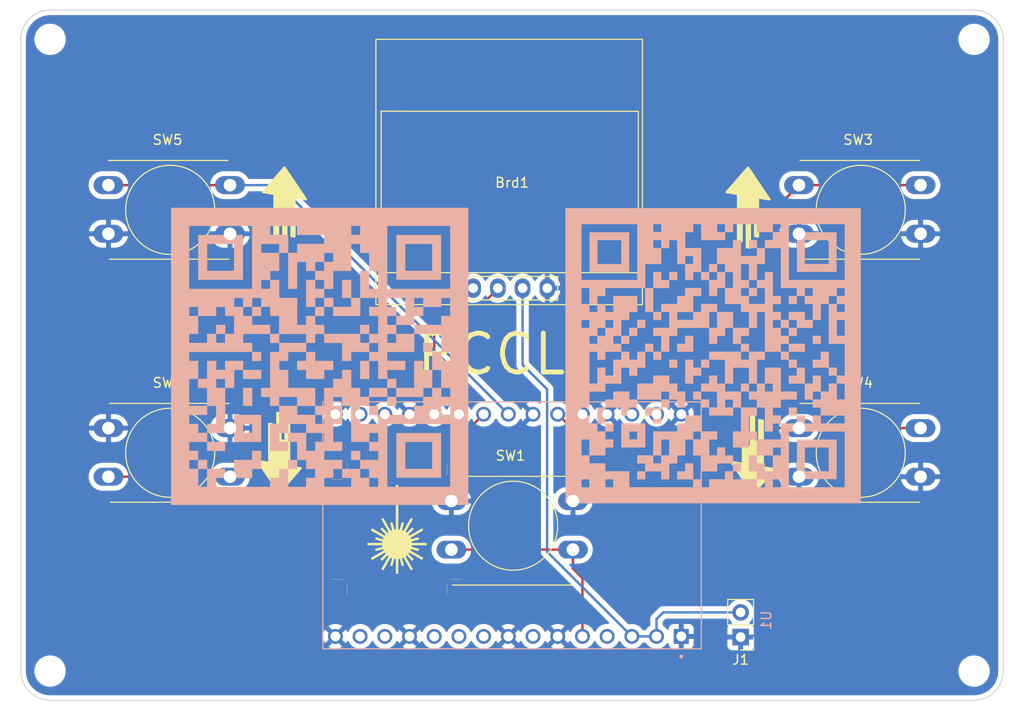
<source format=kicad_pcb>
(kicad_pcb (version 20221018) (generator pcbnew)
  (layers (0 "F.Cu" signal) (31 "B.Cu" power) (34 "B.Paste" user) (35 "F.Paste" user) (36 "B.SilkS" user "B.Silkscreen") (37 "F.SilkS" user "F.Silkscreen") (38 "B.Mask" user) (39 "F.Mask" user) (44 "Edge.Cuts" user))
  (net 0 "")
  (net 1 "Net-(Brd1-Pad4)")
  (net 2 "Net-(Brd1-Pad3)")
  (net 3 "GND")
  (net 4 "+3V3")
  (net 15 "Net-(SW1-Pad2)")
  (net 16 "Net-(SW2-Pad2)")
  (net 17 "Net-(SW3-Pad1)")
  (net 18 "Net-(SW4-Pad1)")
  (net 19 "Net-(SW5-Pad1)")
  (footprint "MountingHole:MountingHole_2.2mm_M2" (layer "F.Cu") (at 110 140)
    (fp_text reference "H4")
    (fp_text value "MountingHole")
  )
  (footprint "Connector_PinHeader_2.54mm:PinHeader_1x02_P2.54mm_Vertical" (layer "F.Cu") (at 181 136.5 180)
    (fp_text reference "J1")
    (fp_text value "Conn_02x01")
  )
  (footprint "Button_Switch_THT:SW_PUSH-12mm" (layer "F.Cu") (at 116 90)
    (fp_text reference "SW5")
    (fp_text value "SW_DIP_x01")
  )
  (footprint "Button_Switch_THT:SW_PUSH-12mm" (layer "F.Cu") (at 151.26 122.5)
    (fp_text reference "SW1")
    (fp_text value "SW_DIP_x01")
  )
  (footprint "MountingHole:MountingHole_2.2mm_M2" (layer "F.Cu") (at 205 75)
    (fp_text reference "H2")
    (fp_text value "MountingHole")
  )
  (footprint "SSD1306:128x64OLED" (layer "F.Cu") (at 157.5 90 180)
    (fp_text reference "Brd1")
    (fp_text value "SSD1306")
  )
  (footprint "Button_Switch_THT:SW_PUSH-12mm" (layer "F.Cu") (at 187 115)
    (fp_text reference "SW4")
    (fp_text value "SW_DIP_x01")
  )
  (footprint "Button_Switch_THT:SW_PUSH-12mm" (layer "F.Cu") (at 116 115)
    (fp_text reference "SW2")
    (fp_text value "SW_DIP_x01")
  )
  (footprint "Button_Switch_THT:SW_PUSH-12mm" (layer "F.Cu") (at 187 90)
    (fp_text reference "SW3")
    (fp_text value "SW_DIP_x01")
  )
  (footprint "MountingHole:MountingHole_2.2mm_M2" (layer "F.Cu") (at 205 140)
    (fp_text reference "H1")
    (fp_text value "MountingHole")
  )
  (footprint "MountingHole:MountingHole_2.2mm_M2" (layer "F.Cu") (at 110 75)
    (fp_text reference "H3")
    (fp_text value "MountingHole")
  )
  (footprint "esp32:XCVR_ESP32-C3-DEVKITM-1" (layer "B.Cu") (at 157.5 125 90)
    (fp_text reference "U1")
    (fp_text value "ESP32-C3-DEVKITM-1")
  )
  (gr_line (start 150.172915 99.7) (end 145.635311 99.7) (stroke (width 0.064822)) (layer "B.SilkS"))
  (gr_poly (pts (xy 136.328594 108.080677) (xy 135.402551 108.080677) (xy 135.402551 109.006717) (xy 136.328594 109.006717) (xy 136.328594 109.93276) (xy 138.180676 109.93276) (xy 138.180676 109.006717) (xy 139.106717 109.006717) (xy 139.106717 108.080677) (xy 137.254634 108.080677) (xy 137.254634 107.154635) (xy 136.328594 107.154635)) (stroke (width 0.02)) (fill solid) (layer "B.SilkS"))
  (gr_line (start 190.838782 120.222737) (end 190.838782 120.222737) (stroke (width 0.057414)) (layer "B.SilkS"))
  (gr_line (start 125.262396 99.7) (end 125.262396 95.162396) (stroke (width 0.064822)) (layer "B.SilkS"))
  (gr_line (start 186.81976 120.222737) (end 186.81976 116.203719) (stroke (width 0.057414)) (layer "B.SilkS"))
  (gr_poly (pts (xy 125.262396 99.7) (xy 129.8 99.7) (xy 129.8 98.82026) (xy 128.920259 98.82026) (xy 126.142136 98.82026) (xy 126.142136 96.042135) (xy 128.920259 96.042135) (xy 128.920259 98.82026) (xy 129.8 98.82026) (xy 129.8 95.162396) (xy 125.262396 95.162396)) (stroke (width 0.02)) (fill solid) (layer "B.SilkS"))
  (gr_line (start 145.635311 115.535311) (end 145.635311 115.535311) (stroke (width 0.064822)) (layer "B.SilkS"))
  (gr_poly (pts (xy 145.635311 120.072915) (xy 150.172915 120.072915) (xy 150.172915 119.193175) (xy 149.293176 119.193175) (xy 146.515051 119.193175) (xy 146.515051 116.415052) (xy 149.293176 116.415052) (xy 149.293176 119.193175) (xy 150.172915 119.193175) (xy 150.172915 115.535311) (xy 145.635311 115.535311)) (stroke (width 0.02)) (fill solid) (layer "B.SilkS"))
  (gr_poly (pts (xy 186.81976 98.897325) (xy 190.838782 98.897325) (xy 190.838782 98.118126) (xy 190.059584 98.118126) (xy 187.598959 98.118126) (xy 187.598959 95.657501) (xy 190.059584 95.657501) (xy 190.059584 98.118126) (xy 190.838782 98.118126) (xy 190.838782 94.878303) (xy 186.81976 94.878303)) (stroke (width 0.02)) (fill solid) (layer "B.SilkS"))
  (gr_line (start 150.172915 99.7) (end 150.172915 99.7) (stroke (width 0.064822)) (layer "B.SilkS"))
  (gr_poly (pts (xy 130.772344 108.080677) (xy 131.698384 108.080677) (xy 131.698384 107.154635) (xy 130.772344 107.154635)) (stroke (width 0.02)) (fill solid) (layer "B.SilkS"))
  (gr_poly (pts (xy 171.194793 113.702083) (xy 172.015002 113.702083) (xy 172.015002 114.522292) (xy 172.835209 114.522292) (xy 172.835209 112.881876) (xy 171.194793 112.881876)) (stroke (width 0.02)) (fill solid) (layer "B.SilkS"))
  (gr_line (start 145.635311 120.072915) (end 145.635311 115.535311) (stroke (width 0.064822)) (layer "B.SilkS"))
  (gr_poly (pts (xy 176.936251 108.780834) (xy 177.75646 108.780834) (xy 177.75646 107.960625) (xy 176.936251 107.960625)) (stroke (width 0.02)) (fill solid) (layer "B.SilkS"))
  (gr_line (start 145.635311 99.7) (end 145.635311 99.7) (stroke (width 0.064822)) (layer "B.SilkS"))
  (gr_poly (pts (xy 176.936251 112.881876) (xy 177.75646 112.881876) (xy 177.75646 112.061667) (xy 176.936251 112.061667)) (stroke (width 0.02)) (fill solid) (layer "B.SilkS"))
  (gr_poly (pts (xy 170.374584 120.26375) (xy 171.194793 120.26375) (xy 171.194793 119.443541) (xy 170.374584 119.443541)) (stroke (width 0.02)) (fill solid) (layer "B.SilkS"))
  (gr_poly (pts (xy 188.419167 106.320209) (xy 189.239376 106.320209) (xy 189.239376 105.5) (xy 188.419167 105.5)) (stroke (width 0.02)) (fill solid) (layer "B.SilkS"))
  (gr_poly (pts (xy 140.032759 101.598385) (xy 140.958801 101.598385) (xy 140.958801 99.746302) (xy 140.032759 99.746302)) (stroke (width 0.02)) (fill solid) (layer "B.SilkS"))
  (gr_poly (pts (xy 129.846301 109.93276) (xy 131.698384 109.93276) (xy 131.698384 109.006717) (xy 129.846301 109.006717)) (stroke (width 0.02)) (fill solid) (layer "B.SilkS"))
  (gr_line (start 145.635311 95.162396) (end 150.172915 95.162396) (stroke (width 0.064822)) (layer "B.SilkS"))
  (gr_poly (pts (xy 128.920259 116.415052) (xy 131.698384 116.415052) (xy 131.698384 115.48901) (xy 130.772344 115.48901) (xy 129.846301 115.48901) (xy 129.846301 114.562967) (xy 130.772344 114.562967) (xy 130.772344 115.48901) (xy 131.698384 115.48901) (xy 131.698384 113.636927) (xy 128.920259 113.636927)) (stroke (width 0.02)) (fill solid) (layer "B.SilkS"))
  (gr_poly (pts (xy 181.857501 96.477709) (xy 182.677709 96.477709) (xy 182.677709 95.657501) (xy 181.857501 95.657501)) (stroke (width 0.02)) (fill solid) (layer "B.SilkS"))
  (gr_poly (pts (xy 170.374584 104.679792) (xy 171.194793 104.679792) (xy 171.194793 103.859584) (xy 170.374584 103.859584)) (stroke (width 0.02)) (fill solid) (layer "B.SilkS"))
  (gr_line (start 186.81976 98.897325) (end 186.81976 94.878303) (stroke (width 0.057414)) (layer "B.SilkS"))
  (gr_poly (pts (xy 175.295834 119.443541) (xy 174.475627 119.443541) (xy 174.475627 120.26375) (xy 176.116043 120.26375) (xy 176.116043 118.623332) (xy 175.295834 118.623332)) (stroke (width 0.02)) (fill solid) (layer "B.SilkS"))
  (gr_poly (pts (xy 185.958542 113.702083) (xy 186.778751 113.702083) (xy 186.778751 112.881876) (xy 185.958542 112.881876)) (stroke (width 0.02)) (fill solid) (layer "B.SilkS"))
  (gr_poly (pts (xy 175.295834 110.421251) (xy 176.116043 110.421251) (xy 176.116043 109.601042) (xy 176.936251 109.601042) (xy 176.936251 108.780834) (xy 176.116043 108.780834) (xy 176.116043 107.960625) (xy 175.295834 107.960625)) (stroke (width 0.02)) (fill solid) (layer "B.SilkS"))
  (gr_line (start 186.81976 98.897325) (end 186.81976 98.897325) (stroke (width 0.057414)) (layer "B.SilkS"))
  (gr_poly (pts (xy 141.884843 109.93276) (xy 142.810884 109.93276) (xy 142.810884 108.080677) (xy 141.884843 108.080677)) (stroke (width 0.02)) (fill solid) (layer "B.SilkS"))
  (gr_line (start 145.635311 95.162396) (end 145.635311 95.162396) (stroke (width 0.064822)) (layer "B.SilkS"))
  (gr_line (start 129.8 95.162396) (end 129.8 99.7) (stroke (width 0.064822)) (layer "B.SilkS"))
  (gr_poly (pts (xy 130.772344 118.267135) (xy 128.920259 118.267135) (xy 128.920259 120.119219) (xy 130.772344 120.119219) (xy 130.772344 119.193175) (xy 131.698384 119.193175) (xy 131.698384 117.341092) (xy 130.772344 117.341092)) (stroke (width 0.02)) (fill solid) (layer "B.SilkS"))
  (gr_line (start 145.635311 115.535311) (end 150.172915 115.535311) (stroke (width 0.064822)) (layer "B.SilkS"))
  (gr_line (start 186.81976 116.203719) (end 190.838782 116.203719) (stroke (width 0.057414)) (layer "B.SilkS"))
  (gr_line (start 150.172915 95.162396) (end 150.172915 99.7) (stroke (width 0.064822)) (layer "B.SilkS"))
  (gr_line (start 165.494348 94.878303) (end 165.494348 94.878303) (stroke (width 0.057414)) (layer "B.SilkS"))
  (gr_line (start 125.262396 95.162396) (end 125.262396 95.162396) (stroke (width 0.064822)) (layer "B.SilkS"))
  (gr_poly (pts (xy 167.91396 112.061667) (xy 167.093753 112.061667) (xy 167.093753 112.881876) (xy 168.734169 112.881876) (xy 168.734169 113.702083) (xy 169.554377 113.702083) (xy 169.554377 112.881876) (xy 170.374584 112.881876) (xy 170.374584 112.061667) (xy 169.554377 112.061667) (xy 169.554377 111.241458) (xy 167.91396 111.241458)) (stroke (width 0.02)) (fill solid) (layer "B.SilkS"))
  (gr_poly (pts (xy 148.367134 107.154635) (xy 149.293176 107.154635) (xy 149.293176 106.228594) (xy 148.367134 106.228594)) (stroke (width 0.02)) (fill solid) (layer "B.SilkS"))
  (gr_poly (pts (xy 122.43797 122.897341) (xy 152.997342 122.897341) (xy 152.997342 121.04526) (xy 151.145259 121.04526) (xy 144.662968 121.04526) (xy 143.736926 121.04526) (xy 142.810884 121.04526) (xy 140.958801 121.04526) (xy 138.180676 121.04526) (xy 138.180676 120.119219) (xy 137.254634 120.119219) (xy 136.328594 120.119219) (xy 136.328594 121.04526) (xy 134.476509 121.04526) (xy 134.476509 119.193175) (xy 135.402551 119.193175) (xy 135.402551 118.267135) (xy 134.476509 118.267135) (xy 134.476509 119.193175) (xy 133.550469 119.193175) (xy 133.550469 120.119219) (xy 132.624426 120.119219) (xy 132.624426 121.04526) (xy 127.068176 121.04526) (xy 126.142136 121.04526) (xy 125.216092 121.04526) (xy 125.216092 119.193175) (xy 124.290051 119.193175) (xy 124.290051 118.267135) (xy 125.216092 118.267135) (xy 125.216092 119.193175) (xy 126.142136 119.193175) (xy 126.142136 121.04526) (xy 127.068176 121.04526) (xy 127.068176 120.119219) (xy 127.994219 120.119219) (xy 127.994219 119.193175) (xy 126.142136 119.193175) (xy 126.142136 118.267135) (xy 125.216092 118.267135) (xy 125.216092 117.341092) (xy 124.290051 117.341092) (xy 124.290051 116.415052) (xy 126.142136 116.415052) (xy 126.142136 115.48901) (xy 127.994219 115.48901) (xy 127.994219 114.562967) (xy 127.068176 114.562967) (xy 126.142136 114.562967) (xy 126.142136 115.48901) (xy 125.216092 115.48901) (xy 125.216092 114.562967) (xy 124.290051 114.562967) (xy 124.290051 113.636927) (xy 126.142136 113.636927) (xy 126.142136 112.710885) (xy 124.290051 112.710885) (xy 124.290051 109.93276) (xy 125.216092 109.93276) (xy 125.216092 110.858802) (xy 126.142136 110.858802) (xy 126.142136 112.710885) (xy 127.068176 112.710885) (xy 127.068176 114.562967) (xy 127.994219 114.562967) (xy 127.994219 110.858802) (xy 127.068176 110.858802) (xy 127.068176 109.93276) (xy 127.994219 109.93276) (xy 127.994219 110.858802) (xy 128.920259 110.858802) (xy 128.920259 109.006717) (xy 129.846301 109.006717) (xy 129.846301 108.080677) (xy 127.994219 108.080677) (xy 127.994219 109.006717) (xy 127.068176 109.006717) (xy 127.068176 108.080677) (xy 126.142136 108.080677) (xy 126.142136 109.93276) (xy 125.216092 109.93276) (xy 125.216092 108.080677) (xy 124.290051 108.080677) (xy 124.290051 107.154635) (xy 130.772344 107.154635) (xy 130.772344 106.228594) (xy 129.846301 106.228594) (xy 127.994219 106.228594) (xy 127.068176 106.228594) (xy 127.068176 105.302552) (xy 127.994219 105.302552) (xy 127.994219 106.228594) (xy 129.846301 106.228594) (xy 129.846301 105.302552) (xy 128.920259 105.302552) (xy 127.994219 105.302552) (xy 127.994219 104.37651) (xy 127.068176 104.37651) (xy 127.068176 105.302552) (xy 126.142136 105.302552) (xy 126.142136 106.228594) (xy 124.290051 106.228594) (xy 124.290051 105.302552) (xy 125.216092 105.302552) (xy 125.216092 103.450468) (xy 124.290051 103.450468) (xy 124.290051 102.524427) (xy 125.216092 102.524427) (xy 125.216092 103.450468) (xy 127.068176 103.450468) (xy 127.068176 102.524427) (xy 127.994219 102.524427) (xy 127.994219 103.450468) (xy 128.920259 103.450468) (xy 128.920259 105.302552) (xy 129.846301 105.302552) (xy 132.624426 105.302552) (xy 132.624426 106.228594) (xy 133.550469 106.228594) (xy 133.550469 107.154635) (xy 132.624426 107.154635) (xy 132.624426 110.858802) (xy 131.698384 110.858802) (xy 131.698384 111.784842) (xy 132.624426 111.784842) (xy 132.624426 112.710885) (xy 133.550469 112.710885) (xy 133.550469 114.562967) (xy 132.624426 114.562967) (xy 132.624426 117.341092) (xy 134.476509 117.341092) (xy 134.476509 116.415052) (xy 133.550469 116.415052) (xy 133.550469 115.48901) (xy 134.476509 115.48901) (xy 134.476509 116.415052) (xy 135.402551 116.415052) (xy 135.402551 118.267135) (xy 136.328594 118.267135) (xy 136.328594 119.193175) (xy 137.254634 119.193175) (xy 137.254634 120.119219) (xy 138.180676 120.119219) (xy 139.106717 120.119219) (xy 139.106717 119.193175) (xy 140.032759 119.193175) (xy 140.032759 120.119219) (xy 140.958801 120.119219) (xy 140.958801 121.04526) (xy 142.810884 121.04526) (xy 142.810884 120.119219) (xy 141.884843 120.119219) (xy 141.884843 119.193175) (xy 142.810884 119.193175) (xy 142.810884 120.119219) (xy 143.736926 120.119219) (xy 143.736926 121.04526) (xy 144.662968 121.04526) (xy 144.662968 118.267135) (xy 143.736926 118.267135) (xy 141.884843 118.267135) (xy 141.884843 119.193175) (xy 140.032759 119.193175) (xy 140.032759 118.267135) (xy 138.180676 118.267135) (xy 138.180676 117.341092) (xy 140.032759 117.341092) (xy 140.032759 116.415052) (xy 139.106717 116.415052) (xy 138.180676 116.415052) (xy 137.254634 116.415052) (xy 137.254634 117.341092) (xy 136.328594 117.341092) (xy 136.328594 115.48901) (xy 134.476509 115.48901) (xy 134.476509 114.562967) (xy 136.328594 114.562967) (xy 136.328594 115.48901) (xy 138.180676 115.48901) (xy 138.180676 116.415052) (xy 139.106717 116.415052) (xy 139.106717 114.562967) (xy 138.180676 114.562967) (xy 137.254634 114.562967) (xy 137.254634 113.636927) (xy 135.402551 113.636927) (xy 135.402551 112.710885) (xy 133.550469 112.710885) (xy 133.550469 111.784842) (xy 135.402551 111.784842) (xy 135.402551 112.710885) (xy 137.254634 112.710885) (xy 137.254634 113.636927) (xy 138.180676 113.636927) (xy 138.180676 114.562967) (xy 139.106717 114.562967) (xy 140.032759 114.562967) (xy 140.032759 112.710885) (xy 139.106717 112.710885) (xy 139.106717 111.784842) (xy 140.032759 111.784842) (xy 140.032759 112.710885) (xy 140.958801 112.710885) (xy 140.958801 116.415052) (xy 142.810884 116.415052) (xy 142.810884 117.341092) (xy 143.736926 117.341092) (xy 143.736926 118.267135) (xy 144.662968 118.267135) (xy 144.662968 116.415052) (xy 143.736926 116.415052) (xy 142.810884 116.415052) (xy 142.810884 115.48901) (xy 143.736926 115.48901) (xy 143.736926 116.415052) (xy 144.662968 116.415052) (xy 144.662968 114.562967) (xy 143.736926 114.562967) (xy 141.884843 114.562967) (xy 141.884843 112.710885) (xy 142.810884 112.710885) (xy 142.810884 113.636927) (xy 143.736926 113.636927) (xy 143.736926 114.562967) (xy 144.662968 114.562967) (xy 151.145259 114.562967) (xy 151.145259 121.04526) (xy 152.997342 121.04526) (xy 152.997342 113.636927) (xy 151.145259 113.636927) (xy 150.219217 113.636927) (xy 150.219217 112.710885) (xy 148.367134 112.710885) (xy 147.441092 112.710885) (xy 147.441092 113.636927) (xy 143.736926 113.636927) (xy 143.736926 112.710885) (xy 142.810884 112.710885) (xy 142.810884 111.784842) (xy 144.662968 111.784842) (xy 144.662968 112.710885) (xy 145.589009 112.710885) (xy 145.589009 111.784842) (xy 144.662968 111.784842) (xy 144.662968 110.858802) (xy 142.810884 110.858802) (xy 142.810884 111.784842) (xy 141.884843 111.784842) (xy 141.884843 110.858802) (xy 140.958801 110.858802) (xy 140.958801 109.006717) (xy 140.032759 109.006717) (xy 140.032759 109.93276) (xy 139.106717 109.93276) (xy 139.106717 110.858802) (xy 138.180676 110.858802) (xy 138.180676 112.710885) (xy 137.254634 112.710885) (xy 137.254634 110.858802) (xy 134.476509 110.858802) (xy 134.476509 109.006717) (xy 133.550469 109.006717) (xy 133.550469 108.080677) (xy 134.476509 108.080677) (xy 134.476509 107.154635) (xy 136.328594 107.154635) (xy 136.328594 106.228594) (xy 133.550469 106.228594) (xy 133.550469 105.302552) (xy 132.624426 105.302552) (xy 132.624426 104.37651) (xy 130.772344 104.37651) (xy 130.772344 103.450468) (xy 129.846301 103.450468) (xy 129.846301 102.524427) (xy 128.920259 102.524427) (xy 128.920259 101.598385) (xy 129.846301 101.598385) (xy 129.846301 102.524427) (xy 130.772344 102.524427) (xy 130.772344 103.450468) (xy 131.698384 103.450468) (xy 131.698384 102.524427) (xy 130.772344 102.524427) (xy 130.772344 101.598385) (xy 131.698384 101.598385) (xy 131.698384 102.524427) (xy 132.624426 102.524427) (xy 132.624426 103.450468) (xy 133.550469 103.450468) (xy 133.550469 105.302552) (xy 136.328594 105.302552) (xy 136.328594 106.228594) (xy 137.254634 106.228594) (xy 137.254634 105.302552) (xy 138.180676 105.302552) (xy 138.180676 106.228594) (xy 140.032759 106.228594) (xy 140.032759 108.080677) (xy 140.958801 108.080677) (xy 140.958801 107.154635) (xy 142.810884 107.154635) (xy 142.810884 108.080677) (xy 143.736926 108.080677) (xy 143.736926 109.93276) (xy 144.662968 109.93276) (xy 144.662968 110.858802) (xy 145.589009 110.858802) (xy 145.589009 111.784842) (xy 148.367134 111.784842) (xy 148.367134 112.710885) (xy 150.219217 112.710885) (xy 151.145259 112.710885) (xy 151.145259 113.636927) (xy 152.997342 113.636927) (xy 152.997342 111.784842) (xy 151.145259 111.784842) (xy 150.219217 111.784842) (xy 149.293176 111.784842) (xy 148.367134 111.784842) (xy 148.367134 110.858802) (xy 149.293176 110.858802) (xy 149.293176 111.784842) (xy 150.219217 111.784842) (xy 150.219217 110.858802) (xy 149.293176 110.858802) (xy 149.293176 109.006717) (xy 150.219217 109.006717) (xy 150.219217 110.858802) (xy 151.145259 110.858802) (xy 151.145259 111.784842) (xy 152.997342 111.784842) (xy 152.997342 108.080677) (xy 151.145259 108.080677) (xy 150.219217 108.080677) (xy 150.219217 107.154635) (xy 149.293176 107.154635) (xy 149.293176 109.006717) (xy 148.367134 109.006717) (xy 148.367134 108.080677) (xy 147.441092 108.080677) (xy 147.441092 110.858802) (xy 145.589009 110.858802) (xy 145.589009 109.93276) (xy 144.662968 109.93276) (xy 144.662968 109.006717) (xy 146.515051 109.006717) (xy 146.515051 108.080677) (xy 144.662968 108.080677) (xy 144.662968 107.154635) (xy 143.736926 107.154635) (xy 142.810884 107.154635) (xy 142.810884 106.228594) (xy 141.884843 106.228594) (xy 141.884843 105.302552) (xy 142.810884 105.302552) (xy 142.810884 106.228594) (xy 143.736926 106.228594) (xy 143.736926 107.154635) (xy 144.662968 107.154635) (xy 147.441092 107.154635) (xy 147.441092 106.228594) (xy 145.589009 106.228594) (xy 144.662968 106.228594) (xy 144.662968 105.302552) (xy 143.736926 105.302552) (xy 142.810884 105.302552) (xy 142.810884 104.37651) (xy 141.884843 104.37651) (xy 141.884843 105.302552) (xy 138.180676 105.302552) (xy 138.180676 104.37651) (xy 137.254634 104.37651) (xy 137.254634 103.450468) (xy 138.180676 103.450468) (xy 138.180676 102.524427) (xy 137.254634 102.524427) (xy 137.254634 101.598385) (xy 138.180676 101.598385) (xy 138.180676 102.524427) (xy 139.106717 102.524427) (xy 139.106717 101.598385) (xy 138.180676 101.598385) (xy 138.180676 100.672343) (xy 137.254634 100.672343) (xy 137.254634 99.746302) (xy 136.328594 99.746302) (xy 136.328594 102.524427) (xy 137.254634 102.524427) (xy 137.254634 103.450468) (xy 136.328594 103.450468) (xy 136.328594 104.37651) (xy 135.402551 104.37651) (xy 135.402551 101.598385) (xy 133.550469 101.598385) (xy 133.550469 100.672343) (xy 132.624426 100.672343) (xy 131.698384 100.672343) (xy 130.772344 100.672343) (xy 124.290051 100.672343) (xy 124.290051 94.190052) (xy 130.772344 94.190052) (xy 130.772344 100.672343) (xy 131.698384 100.672343) (xy 131.698384 99.746302) (xy 132.624426 99.746302) (xy 132.624426 100.672343) (xy 133.550469 100.672343) (xy 133.550469 99.746302) (xy 132.624426 99.746302) (xy 132.624426 98.82026) (xy 133.550469 98.82026) (xy 133.550469 96.968177) (xy 131.698384 96.968177) (xy 131.698384 96.042135) (xy 133.550469 96.042135) (xy 133.550469 96.968177) (xy 134.476509 96.968177) (xy 134.476509 100.672343) (xy 135.402551 100.672343) (xy 135.402551 97.894219) (xy 136.328594 97.894219) (xy 136.328594 98.82026) (xy 137.254634 98.82026) (xy 137.254634 99.746302) (xy 138.180676 99.746302) (xy 138.180676 100.672343) (xy 139.106717 100.672343) (xy 139.106717 98.82026) (xy 138.180676 98.82026) (xy 137.254634 98.82026) (xy 137.254634 97.894219) (xy 138.180676 97.894219) (xy 138.180676 98.82026) (xy 139.106717 98.82026) (xy 140.958801 98.82026) (xy 140.958801 97.894219) (xy 139.106717 97.894219) (xy 138.180676 97.894219) (xy 138.180676 96.968177) (xy 139.106717 96.968177) (xy 139.106717 97.894219) (xy 140.958801 97.894219) (xy 140.958801 96.042135) (xy 138.180676 96.042135) (xy 135.402551 96.042135) (xy 135.402551 96.968177) (xy 134.476509 96.968177) (xy 134.476509 95.116094) (xy 132.624426 95.116094) (xy 132.624426 94.190052) (xy 135.402551 94.190052) (xy 135.402551 95.116094) (xy 138.180676 95.116094) (xy 138.180676 96.042135) (xy 140.958801 96.042135) (xy 141.884843 96.042135) (xy 141.884843 96.968177) (xy 142.810884 96.968177) (xy 142.810884 98.82026) (xy 141.884843 98.82026) (xy 141.884843 101.598385) (xy 143.736926 101.598385) (xy 143.736926 102.524427) (xy 142.810884 102.524427) (xy 142.810884 103.450468) (xy 143.736926 103.450468) (xy 143.736926 105.302552) (xy 144.662968 105.302552) (xy 145.589009 105.302552) (xy 145.589009 106.228594) (xy 147.441092 106.228594) (xy 147.441092 105.302552) (xy 145.589009 105.302552) (xy 145.589009 104.37651) (xy 144.662968 104.37651) (xy 144.662968 103.450468) (xy 145.589009 103.450468) (xy 145.589009 104.37651) (xy 147.441092 104.37651) (xy 147.441092 105.302552) (xy 150.219217 105.302552) (xy 150.219217 107.154635) (xy 151.145259 107.154635) (xy 151.145259 108.080677) (xy 152.997342 108.080677) (xy 152.997342 103.450468) (xy 151.145259 103.450468) (xy 150.219217 103.450468) (xy 150.219217 104.37651) (xy 147.441092 104.37651) (xy 147.441092 103.450468) (xy 146.515051 103.450468) (xy 145.589009 103.450468) (xy 145.589009 102.524427) (xy 144.662968 102.524427) (xy 144.662968 101.598385) (xy 146.515051 101.598385) (xy 146.515051 103.450468) (xy 147.441092 103.450468) (xy 148.367134 103.450468) (xy 148.367134 102.524427) (xy 147.441092 102.524427) (xy 147.441092 101.598385) (xy 148.367134 101.598385) (xy 148.367134 102.524427) (xy 150.219217 102.524427) (xy 150.219217 101.598385) (xy 151.145259 101.598385) (xy 151.145259 103.450468) (xy 152.997342 103.450468) (xy 152.997342 100.672343) (xy 151.145259 100.672343) (xy 144.662968 100.672343) (xy 143.736926 100.672343) (xy 142.810884 100.672343) (xy 142.810884 98.82026) (xy 143.736926 98.82026) (xy 143.736926 100.672343) (xy 144.662968 100.672343) (xy 144.662968 95.116094) (xy 141.884843 95.116094) (xy 140.958801 95.116094) (xy 140.958801 94.190052) (xy 141.884843 94.190052) (xy 141.884843 95.116094) (xy 144.662968 95.116094) (xy 144.662968 94.190052) (xy 151.145259 94.190052) (xy 151.145259 100.672343) (xy 152.997342 100.672343) (xy 152.997342 92.337969) (xy 122.43797 92.337969)) (stroke (width 0.02)) (fill solid) (layer "B.SilkS"))
  (gr_poly (pts (xy 186.81976 120.222737) (xy 190.838782 120.222737) (xy 190.838782 119.443541) (xy 190.059584 119.443541) (xy 187.598959 119.443541) (xy 187.598959 116.982916) (xy 190.059584 116.982916) (xy 190.059584 119.443541) (xy 190.838782 119.443541) (xy 190.838782 116.203719) (xy 186.81976 116.203719)) (stroke (width 0.02)) (fill solid) (layer "B.SilkS"))
  (gr_line (start 169.513366 98.897325) (end 169.513366 98.897325) (stroke (width 0.057414)) (layer "B.SilkS"))
  (gr_poly (pts (xy 168.734169 116.982916) (xy 171.194793 116.982916) (xy 171.194793 116.162708) (xy 170.374584 116.162708) (xy 169.554377 116.162708) (xy 169.554377 115.342501) (xy 170.374584 115.342501) (xy 170.374584 116.162708) (xy 171.194793 116.162708) (xy 171.194793 114.522292) (xy 168.734169 114.522292)) (stroke (width 0.02)) (fill solid) (layer "B.SilkS"))
  (gr_line (start 190.838782 94.878303) (end 190.838782 98.897325) (stroke (width 0.057414)) (layer "B.SilkS"))
  (gr_line (start 145.635311 120.072915) (end 145.635311 120.072915) (stroke (width 0.064822)) (layer "B.SilkS"))
  (gr_line (start 125.262396 99.7) (end 125.262396 99.7) (stroke (width 0.064822)) (layer "B.SilkS"))
  (gr_poly (pts (xy 165.494348 98.897325) (xy 169.513366 98.897325) (xy 169.513366 98.118126) (xy 168.734169 98.118126) (xy 166.273544 98.118126) (xy 166.273544 95.657501) (xy 168.734169 95.657501) (xy 168.734169 98.118126) (xy 169.513366 98.118126) (xy 169.513366 94.878303) (xy 165.494348 94.878303)) (stroke (width 0.02)) (fill solid) (layer "B.SilkS"))
  (gr_line (start 150.172915 115.535311) (end 150.172915 120.072915) (stroke (width 0.064822)) (layer "B.SilkS"))
  (gr_poly (pts (xy 180.217085 117.803125) (xy 179.396876 117.803125) (xy 179.396876 116.982916) (xy 178.576667 116.982916) (xy 178.576667 117.803125) (xy 177.75646 117.803125) (xy 177.75646 116.162708) (xy 176.936251 116.162708) (xy 176.116043 116.162708) (xy 176.116043 115.342501) (xy 176.936251 115.342501) (xy 176.936251 116.162708) (xy 177.75646 116.162708) (xy 178.576667 116.162708) (xy 178.576667 115.342501) (xy 176.936251 115.342501) (xy 176.936251 113.702083) (xy 175.295834 113.702083) (xy 175.295834 114.522292) (xy 174.475627 114.522292) (xy 174.475627 115.342501) (xy 172.015002 115.342501) (xy 172.015002 117.803125) (xy 170.374584 117.803125) (xy 170.374584 118.623332) (xy 171.194793 118.623332) (xy 171.194793 119.443541) (xy 172.835209 119.443541) (xy 172.835209 120.26375) (xy 173.655418 120.26375) (xy 173.655418 118.623332) (xy 172.835209 118.623332) (xy 172.015002 118.623332) (xy 172.015002 117.803125) (xy 172.835209 117.803125) (xy 172.835209 118.623332) (xy 173.655418 118.623332) (xy 174.475627 118.623332) (xy 174.475627 117.803125) (xy 173.655418 117.803125) (xy 172.835209 117.803125) (xy 172.835209 116.162708) (xy 173.655418 116.162708) (xy 173.655418 117.803125) (xy 174.475627 117.803125) (xy 175.295834 117.803125) (xy 175.295834 116.162708) (xy 176.116043 116.162708) (xy 176.116043 117.803125) (xy 176.936251 117.803125) (xy 176.936251 119.443541) (xy 178.576667 119.443541) (xy 178.576667 118.623332) (xy 180.217085 118.623332)) (stroke (width 0.02)) (fill solid) (layer "B.SilkS"))
  (gr_poly (pts (xy 169.554377 105.5) (xy 170.374584 105.5) (xy 170.374584 104.679792) (xy 169.554377 104.679792)) (stroke (width 0.02)) (fill solid) (layer "B.SilkS"))
  (gr_line (start 169.513366 98.897325) (end 165.494348 98.897325) (stroke (width 0.057414)) (layer "B.SilkS"))
  (gr_line (start 190.838782 120.222737) (end 186.81976 120.222737) (stroke (width 0.057414)) (layer "B.SilkS"))
  (gr_line (start 150.172915 120.072915) (end 150.172915 120.072915) (stroke (width 0.064822)) (layer "B.SilkS"))
  (gr_poly (pts (xy 172.015002 100.578751) (xy 173.655418 100.578751) (xy 173.655418 99.758543) (xy 172.835209 99.758543) (xy 172.835209 98.938334) (xy 172.015002 98.938334)) (stroke (width 0.02)) (fill solid) (layer "B.SilkS"))
  (gr_line (start 150.172915 120.072915) (end 145.635311 120.072915) (stroke (width 0.064822)) (layer "B.SilkS"))
  (gr_poly (pts (xy 172.015002 106.320209) (xy 171.194793 106.320209) (xy 171.194793 107.140418) (xy 172.015002 107.140418)) (stroke (width 0.02)) (fill solid) (layer "B.SilkS"))
  (gr_line (start 190.838782 116.203719) (end 190.838782 120.222737) (stroke (width 0.057414)) (layer "B.SilkS"))
  (gr_poly (pts (xy 173.655418 99.758543) (xy 174.475627 99.758543) (xy 174.475627 98.938334) (xy 173.655418 98.938334)) (stroke (width 0.02)) (fill solid) (layer "B.SilkS"))
  (gr_poly (pts (xy 129.846301 112.710885) (xy 130.772344 112.710885) (xy 130.772344 110.858802) (xy 129.846301 110.858802)) (stroke (width 0.02)) (fill solid) (layer "B.SilkS"))
  (gr_line (start 186.81976 116.203719) (end 186.81976 116.203719) (stroke (width 0.057414)) (layer "B.SilkS"))
  (gr_poly (pts (xy 189.239376 107.960625) (xy 188.419167 107.960625) (xy 188.419167 108.780834) (xy 190.059584 108.780834) (xy 190.059584 107.140418) (xy 189.239376 107.140418)) (stroke (width 0.02)) (fill solid) (layer "B.SilkS"))
  (gr_poly (pts (xy 139.106717 103.450468) (xy 141.884843 103.450468) (xy 141.884843 101.598385) (xy 140.958801 101.598385) (xy 140.958801 102.524427) (xy 139.106717 102.524427)) (stroke (width 0.02)) (fill solid) (layer "B.SilkS"))
  (gr_poly (pts (xy 126.142136 117.341092) (xy 127.994219 117.341092) (xy 127.994219 116.415052) (xy 126.142136 116.415052)) (stroke (width 0.02)) (fill solid) (layer "B.SilkS"))
  (gr_line (start 165.494348 98.897325) (end 165.494348 94.878303) (stroke (width 0.057414)) (layer "B.SilkS"))
  (gr_line (start 169.513366 94.878303) (end 169.513366 98.897325) (stroke (width 0.057414)) (layer "B.SilkS"))
  (gr_poly (pts (xy 145.635311 99.7) (xy 150.172915 99.7) (xy 150.172915 98.82026) (xy 149.293176 98.82026) (xy 146.515051 98.82026) (xy 146.515051 96.042135) (xy 149.293176 96.042135) (xy 149.293176 98.82026) (xy 150.172915 98.82026) (xy 150.172915 95.162396) (xy 145.635311 95.162396)) (stroke (width 0.02)) (fill solid) (layer "B.SilkS"))
  (gr_line (start 190.838782 98.897325) (end 186.81976 98.897325) (stroke (width 0.057414)) (layer "B.SilkS"))
  (gr_poly (pts (xy 190.059584 109.601042) (xy 190.879792 109.601042) (xy 190.879792 108.780834) (xy 190.059584 108.780834)) (stroke (width 0.02)) (fill solid) (layer "B.SilkS"))
  (gr_line (start 129.8 99.7) (end 129.8 99.7) (stroke (width 0.064822)) (layer "B.SilkS"))
  (gr_line (start 145.635311 99.7) (end 145.635311 95.162396) (stroke (width 0.064822)) (layer "B.SilkS"))
  (gr_line (start 186.81976 94.878303) (end 190.838782 94.878303) (stroke (width 0.057414)) (layer "B.SilkS"))
  (gr_line (start 125.262396 95.162396) (end 129.8 95.162396) (stroke (width 0.064822)) (layer "B.SilkS"))
  (gr_poly (pts (xy 162.992709 122.724376) (xy 193.340417 122.724376) (xy 193.340417 121.083959) (xy 191.7 121.083959) (xy 185.958542 121.083959) (xy 185.138334 121.083959) (xy 184.318125 121.083959) (xy 183.497917 121.083959) (xy 182.677709 121.083959) (xy 182.677709 120.26375) (xy 180.217085 120.26375) (xy 180.217085 119.443541) (xy 179.396876 119.443541) (xy 179.396876 120.26375) (xy 177.75646 120.26375) (xy 177.75646 121.083959) (xy 176.936251 121.083959) (xy 176.936251 120.26375) (xy 176.116043 120.26375) (xy 176.116043 121.083959) (xy 169.554377 121.083959) (xy 167.91396 121.083959) (xy 167.093753 121.083959) (xy 165.453335 121.083959) (xy 164.633126 121.083959) (xy 164.633126 120.26375) (xy 165.453335 120.26375) (xy 165.453335 121.083959) (xy 167.093753 121.083959) (xy 167.093753 120.26375) (xy 167.91396 120.26375) (xy 167.91396 121.083959) (xy 169.554377 121.083959) (xy 169.554377 119.443541) (xy 167.093753 119.443541) (xy 167.093753 118.623332) (xy 165.453335 118.623332) (xy 165.453335 117.803125) (xy 164.633126 117.803125) (xy 164.633126 116.162708) (xy 165.453335 116.162708) (xy 165.453335 117.803125) (xy 167.093753 117.803125) (xy 167.093753 116.982916) (xy 167.91396 116.982916) (xy 167.91396 116.162708) (xy 167.093753 116.162708) (xy 167.093753 115.342501) (xy 166.273544 115.342501) (xy 166.273544 114.522292) (xy 167.093753 114.522292) (xy 167.093753 115.342501) (xy 167.91396 115.342501) (xy 167.91396 114.522292) (xy 167.093753 114.522292) (xy 167.093753 112.881876) (xy 166.273544 112.881876) (xy 166.273544 114.522292) (xy 165.453335 114.522292) (xy 165.453335 113.702083) (xy 164.633126 113.702083) (xy 164.633126 112.881876) (xy 165.453335 112.881876) (xy 165.453335 111.241458) (xy 167.093753 111.241458) (xy 167.093753 110.421251) (xy 168.734169 110.421251) (xy 168.734169 108.780834) (xy 169.554377 108.780834) (xy 169.554377 109.601042) (xy 170.374584 109.601042) (xy 170.374584 108.780834) (xy 171.194793 108.780834) (xy 171.194793 107.140418) (xy 170.374584 107.140418) (xy 170.374584 107.960625) (xy 169.554377 107.960625) (xy 168.734169 107.960625) (xy 167.91396 107.960625) (xy 167.91396 109.601042) (xy 167.093753 109.601042) (xy 167.093753 108.780834) (xy 166.273544 108.780834) (xy 166.273544 110.421251) (xy 165.453335 110.421251) (xy 165.453335 107.140418) (xy 166.273544 107.140418) (xy 166.273544 107.960625) (xy 167.093753 107.960625) (xy 167.093753 107.140418) (xy 168.734169 107.140418) (xy 168.734169 107.960625) (xy 169.554377 107.960625) (xy 169.554377 107.140418) (xy 168.734169 107.140418) (xy 168.734169 106.320209) (xy 167.91396 106.320209) (xy 166.273544 106.320209) (xy 165.453335 106.320209) (xy 165.453335 105.5) (xy 166.273544 105.5) (xy 166.273544 106.320209) (xy 167.91396 106.320209) (xy 167.91396 105.5) (xy 167.093753 105.5) (xy 166.273544 105.5) (xy 166.273544 104.679792) (xy 165.453335 104.679792) (xy 164.633126 104.679792) (xy 164.633126 103.859584) (xy 165.453335 103.859584) (xy 165.453335 104.679792) (xy 166.273544 104.679792) (xy 167.093753 104.679792) (xy 167.093753 105.5) (xy 167.91396 105.5) (xy 168.734169 105.5) (xy 168.734169 106.320209) (xy 169.554377 106.320209) (xy 169.554377 105.5) (xy 168.734169 105.5) (xy 168.734169 104.679792) (xy 167.91396 104.679792) (xy 167.093753 104.679792) (xy 167.093753 103.859584) (xy 167.91396 103.859584) (xy 167.91396 104.679792) (xy 168.734169 104.679792) (xy 168.734169 103.859584) (xy 169.554377 103.859584) (xy 169.554377 103.039376) (xy 170.374584 103.039376) (xy 170.374584 101.39896) (xy 167.91396 101.39896) (xy 167.91396 103.039376) (xy 167.093753 103.039376) (xy 166.273544 103.039376) (xy 165.453335 103.039376) (xy 165.453335 102.219168) (xy 164.633126 102.219168) (xy 164.633126 100.578751) (xy 165.453335 100.578751) (xy 165.453335 102.219168) (xy 166.273544 102.219168) (xy 166.273544 103.039376) (xy 167.093753 103.039376) (xy 167.093753 102.219168) (xy 166.273544 102.219168) (xy 166.273544 101.39896) (xy 167.093753 101.39896) (xy 167.093753 100.578751) (xy 171.194793 100.578751) (xy 171.194793 103.039376) (xy 172.015002 103.039376) (xy 172.015002 103.859584) (xy 172.835209 103.859584) (xy 172.835209 103.039376) (xy 173.655418 103.039376) (xy 173.655418 104.679792) (xy 172.015002 104.679792) (xy 172.015002 105.5) (xy 172.835209 105.5) (xy 172.835209 107.140418) (xy 173.655418 107.140418) (xy 173.655418 105.5) (xy 174.475627 105.5) (xy 174.475627 104.679792) (xy 177.75646 104.679792) (xy 177.75646 106.320209) (xy 178.576667 106.320209) (xy 178.576667 105.5) (xy 179.396876 105.5) (xy 179.396876 104.679792) (xy 178.576667 104.679792) (xy 177.75646 104.679792) (xy 177.75646 103.859584) (xy 176.116043 103.859584) (xy 174.475627 103.859584) (xy 174.475627 103.039376) (xy 176.116043 103.039376) (xy 176.116043 103.859584) (xy 177.75646 103.859584) (xy 177.75646 103.039376) (xy 178.576667 103.039376) (xy 178.576667 104.679792) (xy 179.396876 104.679792) (xy 180.217085 104.679792) (xy 180.217085 106.320209) (xy 181.037293 106.320209) (xy 181.037293 107.140418) (xy 177.75646 107.140418) (xy 177.75646 107.960625) (xy 179.396876 107.960625) (xy 179.396876 110.421251) (xy 178.576667 110.421251) (xy 178.576667 109.601042) (xy 177.75646 109.601042) (xy 177.75646 110.421251) (xy 176.936251 110.421251) (xy 176.936251 111.241458) (xy 178.576667 111.241458) (xy 178.576667 112.881876) (xy 177.75646 112.881876) (xy 177.75646 113.702083) (xy 180.217085 113.702083) (xy 180.217085 112.881876) (xy 179.396876 112.881876) (xy 179.396876 112.061667) (xy 180.217085 112.061667) (xy 180.217085 112.881876) (xy 181.037293 112.881876) (xy 181.037293 115.342501) (xy 180.217085 115.342501) (xy 180.217085 116.982916) (xy 181.857501 116.982916) (xy 181.857501 116.162708) (xy 182.677709 116.162708) (xy 182.677709 117.803125) (xy 181.857501 117.803125) (xy 181.857501 119.443541) (xy 182.677709 119.443541) (xy 182.677709 120.26375) (xy 183.497917 120.26375) (xy 183.497917 121.083959) (xy 184.318125 121.083959) (xy 184.318125 120.26375) (xy 185.138334 120.26375) (xy 185.138334 121.083959) (xy 185.958542 121.083959) (xy 185.958542 119.443541) (xy 184.318125 119.443541) (xy 183.497917 119.443541) (xy 183.497917 118.623332) (xy 182.677709 118.623332) (xy 182.677709 117.803125) (xy 184.318125 117.803125) (xy 184.318125 119.443541) (xy 185.958542 119.443541) (xy 185.958542 117.803125) (xy 185.138334 117.803125) (xy 184.318125 117.803125) (xy 184.318125 116.982916) (xy 185.138334 116.982916) (xy 185.138334 117.803125) (xy 185.958542 117.803125) (xy 185.958542 116.162708) (xy 185.138334 116.162708) (xy 182.677709 116.162708) (xy 182.677709 115.342501) (xy 181.857501 115.342501) (xy 181.857501 113.702083) (xy 182.677709 113.702083) (xy 182.677709 112.881876) (xy 181.037293 112.881876) (xy 181.037293 111.241458) (xy 181.857501 111.241458) (xy 181.857501 112.061667) (xy 182.677709 112.061667) (xy 182.677709 112.881876) (xy 183.497917 112.881876) (xy 183.497917 115.342501) (xy 184.318125 115.342501) (xy 184.318125 114.522292) (xy 185.138334 114.522292) (xy 185.138334 116.162708) (xy 185.958542 116.162708) (xy 185.958542 115.342501) (xy 191.7 115.342501) (xy 191.7 121.083959) (xy 193.340417 121.083959) (xy 193.340417 114.522292) (xy 191.7 114.522292) (xy 189.239376 114.522292) (xy 189.239376 113.702083) (xy 188.419167 113.702083) (xy 188.419167 114.522292) (xy 187.598959 114.522292) (xy 187.598959 113.702083) (xy 186.778751 113.702083) (xy 186.778751 114.522292) (xy 185.138334 114.522292) (xy 185.138334 113.702083) (xy 184.318125 113.702083) (xy 184.318125 112.881876) (xy 185.138334 112.881876) (xy 185.138334 112.061667) (xy 186.778751 112.061667) (xy 186.778751 111.241458) (xy 185.138334 111.241458) (xy 184.318125 111.241458) (xy 183.497917 111.241458) (xy 182.677709 111.241458) (xy 181.857501 111.241458) (xy 181.857501 110.421251) (xy 181.037293 110.421251) (xy 181.037293 111.241458) (xy 179.396876 111.241458) (xy 179.396876 110.421251) (xy 180.217085 110.421251) (xy 180.217085 108.780834) (xy 181.857501 108.780834) (xy 181.857501 110.421251) (xy 182.677709 110.421251) (xy 182.677709 111.241458) (xy 183.497917 111.241458) (xy 183.497917 110.421251) (xy 184.318125 110.421251) (xy 184.318125 111.241458) (xy 185.138334 111.241458) (xy 185.138334 108.780834) (xy 183.497917 108.780834) (xy 183.497917 110.421251) (xy 182.677709 110.421251) (xy 182.677709 107.960625) (xy 181.857501 107.960625) (xy 181.037293 107.960625) (xy 181.037293 107.140418) (xy 181.857501 107.140418) (xy 181.857501 107.960625) (xy 182.677709 107.960625) (xy 183.497917 107.960625) (xy 183.497917 107.140418) (xy 181.857501 107.140418) (xy 181.857501 106.320209) (xy 181.037293 106.320209) (xy 181.037293 105.5) (xy 181.857501 105.5) (xy 181.857501 104.679792) (xy 180.217085 104.679792) (xy 180.217085 103.039376) (xy 178.576667 103.039376) (xy 178.576667 102.219168) (xy 176.936251 102.219168) (xy 176.936251 103.039376) (xy 176.116043 103.039376) (xy 176.116043 101.39896) (xy 176.936251 101.39896) (xy 176.936251 100.578751) (xy 175.295834 100.578751) (xy 175.295834 101.39896) (xy 174.475627 101.39896) (xy 174.475627 102.219168) (xy 172.835209 102.219168) (xy 172.835209 103.039376) (xy 172.015002 103.039376) (xy 172.015002 100.578751) (xy 171.194793 100.578751) (xy 171.194793 99.758543) (xy 170.374584 99.758543) (xy 164.633126 99.758543) (xy 164.633126 94.017085) (xy 170.374584 94.017085) (xy 170.374584 99.758543) (xy 171.194793 99.758543) (xy 171.194793 98.118126) (xy 172.835209 98.118126) (xy 172.835209 96.477709) (xy 172.015002 96.477709) (xy 172.015002 95.657501) (xy 172.835209 95.657501) (xy 172.835209 96.477709) (xy 173.655418 96.477709) (xy 173.655418 95.657501) (xy 174.475627 95.657501) (xy 174.475627 98.118126) (xy 175.295834 98.118126) (xy 175.295834 99.758543) (xy 176.116043 99.758543) (xy 176.116043 98.938334) (xy 176.936251 98.938334) (xy 176.936251 99.758543) (xy 177.75646 99.758543) (xy 177.75646 101.39896) (xy 178.576667 101.39896) (xy 178.576667 100.578751) (xy 179.396876 100.578751) (xy 179.396876 102.219168) (xy 181.037293 102.219168) (xy 181.037293 103.039376) (xy 181.857501 103.039376) (xy 181.857501 104.679792) (xy 182.677709 104.679792) (xy 182.677709 103.039376) (xy 183.497917 103.039376) (xy 183.497917 107.140418) (xy 185.138334 107.140418) (xy 185.138334 107.960625) (xy 185.958542 107.960625) (xy 185.958542 108.780834) (xy 186.778751 108.780834) (xy 186.778751 109.601042) (xy 185.958542 109.601042) (xy 185.958542 110.421251) (xy 187.598959 110.421251) (xy 187.598959 112.061667) (xy 188.419167 112.061667) (xy 188.419167 112.881876) (xy 189.239376 112.881876) (xy 189.239376 113.702083) (xy 191.7 113.702083) (xy 191.7 114.522292) (xy 193.340417 114.522292) (xy 193.340417 112.061667) (xy 191.7 112.061667) (xy 190.879792 112.061667) (xy 189.239376 112.061667) (xy 188.419167 112.061667) (xy 188.419167 111.241458) (xy 189.239376 111.241458) (xy 189.239376 112.061667) (xy 190.879792 112.061667) (xy 190.879792 110.421251) (xy 191.7 110.421251) (xy 191.7 112.061667) (xy 193.340417 112.061667) (xy 193.340417 109.601042) (xy 191.7 109.601042) (xy 190.879792 109.601042) (xy 190.879792 110.421251) (xy 190.059584 110.421251) (xy 190.059584 111.241458) (xy 189.239376 111.241458) (xy 189.239376 109.601042) (xy 188.419167 109.601042) (xy 188.419167 110.421251) (xy 187.598959 110.421251) (xy 187.598959 108.780834) (xy 186.778751 108.780834) (xy 186.778751 107.960625) (xy 185.958542 107.960625) (xy 185.958542 107.140418) (xy 185.138334 107.140418) (xy 185.138334 106.320209) (xy 185.958542 106.320209) (xy 185.958542 107.140418) (xy 187.598959 107.140418) (xy 187.598959 106.320209) (xy 185.958542 106.320209) (xy 185.958542 105.5) (xy 185.138334 105.5) (xy 185.138334 104.679792) (xy 184.318125 104.679792) (xy 184.318125 103.859584) (xy 185.138334 103.859584) (xy 185.138334 104.679792) (xy 185.958542 104.679792) (xy 185.958542 105.5) (xy 186.778751 105.5) (xy 186.778751 104.679792) (xy 185.958542 104.679792) (xy 185.958542 103.859584) (xy 186.778751 103.859584) (xy 186.778751 104.679792) (xy 188.419167 104.679792) (xy 188.419167 103.859584) (xy 187.598959 103.859584) (xy 187.598959 103.039376) (xy 185.958542 103.039376) (xy 185.958542 103.859584) (xy 185.138334 103.859584) (xy 185.138334 103.039376) (xy 184.318125 103.039376) (xy 184.318125 102.219168) (xy 183.497917 102.219168) (xy 181.857501 102.219168) (xy 181.857501 101.39896) (xy 181.037293 101.39896) (xy 181.037293 100.578751) (xy 180.217085 100.578751) (xy 179.396876 100.578751) (xy 179.396876 99.758543) (xy 178.576667 99.758543) (xy 177.75646 99.758543) (xy 177.75646 98.938334) (xy 178.576667 98.938334) (xy 178.576667 99.758543) (xy 179.396876 99.758543) (xy 179.396876 98.938334) (xy 178.576667 98.938334) (xy 178.576667 98.118126) (xy 179.396876 98.118126) (xy 179.396876 98.938334) (xy 180.217085 98.938334) (xy 180.217085 100.578751) (xy 181.037293 100.578751) (xy 181.857501 100.578751) (xy 181.857501 101.39896) (xy 182.677709 101.39896) (xy 182.677709 100.578751) (xy 181.857501 100.578751) (xy 181.857501 99.758543) (xy 181.037293 99.758543) (xy 181.037293 98.118126) (xy 181.857501 98.118126) (xy 181.857501 99.758543) (xy 182.677709 99.758543) (xy 182.677709 100.578751) (xy 183.497917 100.578751) (xy 183.497917 102.219168) (xy 184.318125 102.219168) (xy 185.138334 102.219168) (xy 185.138334 101.39896) (xy 184.318125 101.39896) (xy 184.318125 98.938334) (xy 183.497917 98.938334) (xy 183.497917 99.758543) (xy 182.677709 99.758543) (xy 182.677709 98.118126) (xy 183.497917 98.118126) (xy 183.497917 96.477709) (xy 185.138334 96.477709) (xy 185.138334 100.578751) (xy 186.778751 100.578751) (xy 186.778751 101.39896) (xy 187.598959 101.39896) (xy 187.598959 102.219168) (xy 188.419167 102.219168) (xy 188.419167 103.859584) (xy 189.239376 103.859584) (xy 189.239376 102.219168) (xy 190.059584 102.219168) (xy 190.059584 106.320209) (xy 191.7 106.320209) (xy 191.7 109.601042) (xy 193.340417 109.601042) (xy 193.340417 105.5) (xy 191.7 105.5) (xy 190.879792 105.5) (xy 190.879792 103.859584) (xy 191.7 103.859584) (xy 191.7 105.5) (xy 193.340417 105.5) (xy 193.340417 103.039376) (xy 191.7 103.039376) (xy 190.879792 103.039376) (xy 190.879792 102.219168) (xy 190.059584 102.219168) (xy 190.059584 101.39896) (xy 188.419167 101.39896) (xy 187.598959 101.39896) (xy 187.598959 100.578751) (xy 188.419167 100.578751) (xy 188.419167 101.39896) (xy 190.059584 101.39896) (xy 190.879792 101.39896) (xy 190.879792 102.219168) (xy 191.7 102.219168) (xy 191.7 103.039376) (xy 193.340417 103.039376) (xy 193.340417 101.39896) (xy 191.7 101.39896) (xy 190.879792 101.39896) (xy 190.879792 100.578751) (xy 191.7 100.578751) (xy 191.7 101.39896) (xy 193.340417 101.39896) (xy 193.340417 99.758543) (xy 191.7 99.758543) (xy 185.958542 99.758543) (xy 185.958542 95.657501) (xy 184.318125 95.657501) (xy 183.497917 95.657501) (xy 183.497917 96.477709) (xy 182.677709 96.477709) (xy 182.677709 97.297918) (xy 181.037293 97.297918) (xy 181.037293 95.657501) (xy 180.217085 95.657501) (xy 180.217085 96.477709) (xy 178.576667 96.477709) (xy 178.576667 98.118126) (xy 177.75646 98.118126) (xy 177.75646 98.938334) (xy 176.936251 98.938334) (xy 176.936251 98.118126) (xy 176.116043 98.118126) (xy 175.295834 98.118126) (xy 175.295834 97.297918) (xy 176.116043 97.297918) (xy 176.116043 98.118126) (xy 176.936251 98.118126) (xy 176.936251 96.477709) (xy 175.295834 96.477709) (xy 175.295834 94.837293) (xy 172.835209 94.837293) (xy 172.015002 94.837293) (xy 172.015002 94.017085) (xy 172.835209 94.017085) (xy 172.835209 94.837293) (xy 175.295834 94.837293) (xy 176.116043 94.837293) (xy 176.116043 94.017085) (xy 176.936251 94.017085) (xy 176.936251 95.657501) (xy 179.396876 95.657501) (xy 179.396876 94.837293) (xy 178.576667 94.837293) (xy 178.576667 94.017085) (xy 179.396876 94.017085) (xy 179.396876 94.837293) (xy 180.217085 94.837293) (xy 180.217085 94.017085) (xy 182.677709 94.017085) (xy 182.677709 94.837293) (xy 184.318125 94.837293) (xy 184.318125 95.657501) (xy 185.958542 95.657501) (xy 185.958542 94.837293) (xy 185.138334 94.837293) (xy 184.318125 94.837293) (xy 184.318125 94.017085) (xy 185.138334 94.017085) (xy 185.138334 94.837293) (xy 185.958542 94.837293) (xy 185.958542 94.017085) (xy 191.7 94.017085) (xy 191.7 99.758543) (xy 193.340417 99.758543) (xy 193.340417 92.376668) (xy 162.992709 92.376668)) (stroke (width 0.02)) (fill solid) (layer "B.SilkS"))
  (gr_poly (pts (xy 175.295834 106.320209) (xy 174.475627 106.320209) (xy 174.475627 107.140418) (xy 176.116043 107.140418) (xy 176.116043 105.5) (xy 175.295834 105.5)) (stroke (width 0.02)) (fill solid) (layer "B.SilkS"))
  (gr_poly (pts (xy 172.015002 107.960625) (xy 172.835209 107.960625) (xy 172.835209 107.140418) (xy 172.015002 107.140418)) (stroke (width 0.02)) (fill solid) (layer "B.SilkS"))
  (gr_line (start 186.81976 94.878303) (end 186.81976 94.878303) (stroke (width 0.057414)) (layer "B.SilkS"))
  (gr_poly (pts (xy 140.958801 118.267135) (xy 141.884843 118.267135) (xy 141.884843 117.341092) (xy 140.958801 117.341092)) (stroke (width 0.02)) (fill solid) (layer "B.SilkS"))
  (gr_line (start 165.494348 98.897325) (end 165.494348 98.897325) (stroke (width 0.057414)) (layer "B.SilkS"))
  (gr_line (start 129.8 99.7) (end 125.262396 99.7) (stroke (width 0.064822)) (layer "B.SilkS"))
  (gr_poly (pts (xy 173.655418 108.780834) (xy 174.475627 108.780834) (xy 174.475627 107.960625) (xy 173.655418 107.960625)) (stroke (width 0.02)) (fill solid) (layer "B.SilkS"))
  (gr_poly (pts (xy 176.936251 111.241458) (xy 176.116043 111.241458) (xy 176.116043 112.061667) (xy 176.936251 112.061667)) (stroke (width 0.02)) (fill solid) (layer "B.SilkS"))
  (gr_line (start 165.494348 94.878303) (end 169.513366 94.878303) (stroke (width 0.057414)) (layer "B.SilkS"))
  (gr_line (start 190.838782 98.897325) (end 190.838782 98.897325) (stroke (width 0.057414)) (layer "B.SilkS"))
  (gr_poly (pts (xy 185.958542 102.219168) (xy 186.778751 102.219168) (xy 186.778751 101.39896) (xy 185.958542 101.39896)) (stroke (width 0.02)) (fill solid) (layer "B.SilkS"))
  (gr_line (start 186.81976 120.222737) (end 186.81976 120.222737) (stroke (width 0.057414)) (layer "B.SilkS"))
  (gr_poly (pts (xy 180.217085 119.443541) (xy 181.037293 119.443541) (xy 181.037293 118.623332) (xy 180.217085 118.623332)) (stroke (width 0.02)) (fill solid) (layer "B.SilkS"))
  (gr_poly (pts (xy 172.015002 110.421251) (xy 170.374584 110.421251) (xy 170.374584 112.061667) (xy 172.835209 112.061667) (xy 172.835209 112.881876) (xy 173.655418 112.881876) (xy 173.655418 112.061667) (xy 172.835209 112.061667) (xy 172.835209 111.241458) (xy 173.655418 111.241458) (xy 173.655418 112.061667) (xy 174.475627 112.061667) (xy 174.475627 112.881876) (xy 175.295834 112.881876) (xy 175.295834 111.241458) (xy 174.475627 111.241458) (xy 174.475627 110.421251) (xy 173.655418 110.421251) (xy 173.655418 109.601042) (xy 172.015002 109.601042)) (stroke (width 0.02)) (fill solid) (layer "B.SilkS"))
  (gr_poly (pts (xy 131.786651 90.704218) (xy 131.787296 90.696879) (xy 131.78842 90.689604) (xy 131.790017 90.682417) (xy 131.792083 90.675344) (xy 131.794614 90.668407) (xy 131.797603 90.661631) (xy 131.801048 90.65504) (xy 131.804943 90.648658) (xy 131.809284 90.642509) (xy 131.814066 90.636617) (xy 134.015182 88.105263) (xy 134.019611 88.100459) (xy 134.024283 88.095947) (xy 134.029183 88.091733) (xy 134.034296 88.087822) (xy 134.039607 88.084222) (xy 134.045103 88.080938) (xy 134.050767 88.077978) (xy 134.056587 88.075346) (xy 134.062546 88.07305) (xy 134.06863 88.071096) (xy 134.074824 88.06949) (xy 134.081115 88.068239) (xy 134.087487 88.067348) (xy 134.093925 88.066824) (xy 134.100415 88.066674) (xy 134.106943 88.066904) (xy 134.113447 88.067498) (xy 134.119868 88.068462) (xy 134.126193 88.069788) (xy 134.132407 88.071468) (xy 134.138496 88.073495) (xy 134.144447 88.07586) (xy 134.150246 88.078556) (xy 134.155878 88.081575) (xy 134.161331 88.084909) (xy 134.166589 88.08855) (xy 134.17164 88.09249) (xy 134.176468 88.096721) (xy 134.181062 88.101236) (xy 134.185405 88.106026) (xy 134.189485 88.111084) (xy 134.193288 88.116402) (xy 136.394405 91.391835) (xy 136.396717 91.395417) (xy 136.398881 91.399065) (xy 136.400896 91.402773) (xy 136.402761 91.406538) (xy 136.404478 91.410354) (xy 136.406046 91.414218) (xy 136.407464 91.418125) (xy 136.408733 91.422071) (xy 136.409853 91.426052) (xy 136.410824 91.430063) (xy 136.411645 91.434099) (xy 136.412318 91.438157) (xy 136.412841 91.442232) (xy 136.413214 91.446319) (xy 136.413438 91.450415) (xy 136.413513 91.454515) (xy 136.413443 91.458488) (xy 136.413232 91.462457) (xy 136.412881 91.466418) (xy 136.41239 91.470368) (xy 136.411759 91.474303) (xy 136.410987 91.478218) (xy 136.410075 91.48211) (xy 136.409022 91.485974) (xy 136.407829 91.489808) (xy 136.406496 91.493608) (xy 136.405022 91.497368) (xy 136.403408 91.501086) (xy 136.401654 91.504758) (xy 136.399759 91.50838) (xy 136.397724 91.511947) (xy 136.395549 91.515457) (xy 136.39075 91.522316) (xy 136.385509 91.528737) (xy 136.379855 91.534707) (xy 136.373819 91.540213) (xy 136.367429 91.545241) (xy 136.360716 91.549779) (xy 136.35371 91.553814) (xy 136.34644 91.557332) (xy 136.338936 91.56032) (xy 136.331228 91.562765) (xy 136.323347 91.564654) (xy 136.315321 91.565974) (xy 136.30718 91.566712) (xy 136.298955 91.566855) (xy 136.290675 91.566389) (xy 136.28237 91.565302) (xy 135.239015 91.388974) (xy 135.239015 95.286685) (xy 135.238845 95.292867) (xy 135.238339 95.298997) (xy 135.237503 95.305063) (xy 135.236343 95.311052) (xy 135.234863 95.316953) (xy 135.233071 95.322754) (xy 135.230971 95.328441) (xy 135.228569 95.334004) (xy 135.22587 95.339429) (xy 135.222881 95.344705) (xy 135.219608 95.349819) (xy 135.216054 95.35476) (xy 135.212228 95.359514) (xy 135.208133 95.36407) (xy 135.203776 95.368416) (xy 135.199162 95.37254) (xy 135.194326 95.376401) (xy 135.189314 95.379972) (xy 135.18414 95.38325) (xy 135.178814 95.386231) (xy 135.173352 95.388911) (xy 135.167765 95.391287) (xy 135.162066 95.393355) (xy 135.156268 95.395112) (xy 135.150385 95.396554) (xy 135.144428 95.397677) (xy 135.138411 95.398477) (xy 135.132347 95.398951) (xy 135.126248 95.399096) (xy 135.120127 95.398907) (xy 135.113997 95.39838) (xy 135.107872 95.397514) (xy 134.805061 95.34632) (xy 134.800037 95.345354) (xy 134.795101 95.344172) (xy 134.79026 95.342781) (xy 134.785517 95.341184) (xy 134.780877 95.339389) (xy 134.776345 95.3374) (xy 134.771925 95.335223) (xy 134.767622 95.332862) (xy 134.76344 95.330325) (xy 134.759385 95.327615) (xy 134.75546 95.324739) (xy 134.751671 95.321701) (xy 134.748022 95.318508) (xy 134.744517 95.315165) (xy 134.741161 95.311677) (xy 134.737959 95.308049) (xy 134.734916 95.304288) (xy 134.732035 95.300398) (xy 134.729322 95.296385) (xy 134.726782 95.292254) (xy 134.724418 95.288011) (xy 134.722235 95.283662) (xy 134.720238 95.279211) (xy 134.718432 95.274664) (xy 134.716822 95.270027) (xy 134.715411 95.265305) (xy 134.714204 95.260503) (xy 134.713207 95.255627) (xy 134.712423 95.250683) (xy 134.711857 95.245675) (xy 134.711515 95.240609) (xy 134.711399 95.235491) (xy 134.711399 93.212562) (xy 134.404849 93.167479) (xy 134.404849 96.420923) (xy 134.404679 96.427105) (xy 134.404173 96.433235) (xy 134.403338 96.439301) (xy 134.402177 96.44529) (xy 134.400698 96.451191) (xy 134.398906 96.456991) (xy 134.396807 96.462678) (xy 134.394405 96.468239) (xy 134.391708 96.473663) (xy 134.388721 96.478938) (xy 134.385448 96.48405) (xy 134.381897 96.488989) (xy 134.378073 96.493741) (xy 134.373981 96.498295) (xy 134.369627 96.502637) (xy 134.365017 96.506757) (xy 134.360181 96.510621) (xy 134.355169 96.514195) (xy 134.349994 96.517475) (xy 134.344669 96.520457) (xy 134.339207 96.523138) (xy 134.33362 96.525515) (xy 134.327921 96.527583) (xy 134.322123 96.52934) (xy 134.31624 96.530781) (xy 134.310283 96.531904) (xy 134.304266 96.532705) (xy 134.298202 96.53318) (xy 134.292103 96.533326) (xy 134.285982 96.533138) (xy 134.279852 96.532615) (xy 134.273727 96.531751) (xy 133.955241 96.477921) (xy 133.950216 96.476955) (xy 133.945281 96.475774) (xy 133.94044 96.474382) (xy 133.935697 96.472786) (xy 133.931057 96.470991) (xy 133.926525 96.469001) (xy 133.922105 96.466824) (xy 133.917802 96.464464) (xy 133.91362 96.461926) (xy 133.909565 96.459216) (xy 133.905641 96.45634) (xy 133.901851 96.453303) (xy 133.898202 96.45011) (xy 133.894697 96.446766) (xy 133.891342 96.443278) (xy 133.88814 96.439651) (xy 133.885096 96.435889) (xy 133.882216 96.431999) (xy 133.879503 96.427986) (xy 133.876962 96.423856) (xy 133.874598 96.419613) (xy 133.872415 96.415263) (xy 133.870419 96.410813) (xy 133.868613 96.406266) (xy 133.867002 96.401629) (xy 133.865591 96.396906) (xy 133.864384 96.392105) (xy 133.863387 96.387229) (xy 133.862603 96.382284) (xy 133.862037 96.377276) (xy 133.861695 96.372211) (xy 133.861579 96.367093) (xy 133.861579 93.687021) (xy 133.555029 93.641897) (xy 133.555029 95.766948) (xy 133.554859 95.77313) (xy 133.554353 95.77926) (xy 133.553517 95.785326) (xy 133.552357 95.791315) (xy 133.550878 95.797216) (xy 133.549085 95.803016) (xy 133.546985 95.808703) (xy 133.544583 95.814264) (xy 133.541885 95.819688) (xy 133.538896 95.824963) (xy 133.535622 95.830075) (xy 133.532069 95.835014) (xy 133.528242 95.839766) (xy 133.524148 95.84432) (xy 133.519791 95.848662) (xy 133.515177 95.852782) (xy 133.510344 95.856646) (xy 133.505335 95.86022) (xy 133.500162 95.8635) (xy 133.494838 95.866482) (xy 133.489375 95.869163) (xy 133.483788 95.87154) (xy 133.478089 95.873608) (xy 133.472291 95.875365) (xy 133.466406 95.876807) (xy 133.460448 95.877929) (xy 133.45443 95.87873) (xy 133.448365 95.879205) (xy 133.442264 95.879351) (xy 133.436143 95.879163) (xy 133.430013 95.87864) (xy 133.423887 95.877776) (xy 133.054656 95.815363) (xy 133.049632 95.814397) (xy 133.044696 95.813215) (xy 133.039855 95.811824) (xy 133.035112 95.810227) (xy 133.030472 95.808432) (xy 133.02594 95.806443) (xy 133.02152 95.804266) (xy 133.017217 95.801905) (xy 133.013036 95.799368) (xy 133.00898 95.796658) (xy 133.005056 95.793782) (xy 133.001266 95.790744) (xy 132.997617 95.787551) (xy 132.994112 95.784208) (xy 132.990757 95.78072) (xy 132.987555 95.777092) (xy 132.984511 95.773331) (xy 132.981631 95.769441) (xy 132.978918 95.765428) (xy 132.976377 95.761297) (xy 132.974013 95.757054) (xy 132.97183 95.752705) (xy 132.969834 95.748254) (xy 132.968028 95.743707) (xy 132.966417 95.73907) (xy 132.965006 95.734348) (xy 132.9638 95.729546) (xy 132.962802 95.72467) (xy 132.962018 95.719726) (xy 132.961453 95.714718) (xy 132.96111 95.709652) (xy 132.960995 95.704534) (xy 132.960995 91.003844) (xy 131.880158 90.82118) (xy 131.872726 90.819667) (xy 131.865471 90.817675) (xy 131.858413 90.815219) (xy 131.85157 90.812316) (xy 131.84496 90.808981) (xy 131.838604 90.805229) (xy 131.832518 90.801076) (xy 131.826724 90.796539) (xy 131.821238 90.791632) (xy 131.81608 90.786372) (xy 131.811269 90.780774) (xy 131.806824 90.774853) (xy 131.802764 90.768626) (xy 131.799106 90.762108) (xy 131.795871 90.755315) (xy 131.793077 90.748262) (xy 131.790756 90.741041) (xy 131.788942 90.73374) (xy 131.787629 90.726383) (xy 131.786812 90.718994) (xy 131.786488 90.711598)) (stroke (width 0.008)) (fill solid) (layer "F.SilkS"))
  (gr_poly (pts (xy 140.534167 119) (xy 140.53495 118.894622) (xy 140.536069 118.807847) (xy 140.537534 118.739923) (xy 140.539359 118.691099) (xy 140.540411 118.673927) (xy 140.541557 118.661623) (xy 140.542799 118.654218) (xy 140.543456 118.652362) (xy 140.544139 118.651742) (xy 140.545478 118.654218) (xy 140.54672 118.661623) (xy 140.548918 118.691099) (xy 140.552208 118.807847) (xy 140.55411 119) (xy 140.554722 119.265576) (xy 140.55411 119.531151) (xy 140.553327 119.63653) (xy 140.552208 119.723305) (xy 140.550743 119.791229) (xy 140.548918 119.840053) (xy 140.547866 119.857225) (xy 140.54672 119.869529) (xy 140.545478 119.876934) (xy 140.544821 119.87879) (xy 140.544139 119.87941) (xy 140.542799 119.876934) (xy 140.541557 119.869529) (xy 140.539359 119.840053) (xy 140.536069 119.723305) (xy 140.534167 119.531151) (xy 140.533555 119.265576)) (stroke (width 0.006)) (fill solid) (layer "F.SilkS"))
  (gr_poly (pts (xy 150.8 119) (xy 150.800784 118.894622) (xy 150.801902 118.807847) (xy 150.803368 118.739923) (xy 150.805193 118.691099) (xy 150.806245 118.673927) (xy 150.80739 118.661623) (xy 150.808632 118.654218) (xy 150.80929 118.652362) (xy 150.809972 118.651742) (xy 150.811312 118.654218) (xy 150.812554 118.661623) (xy 150.814751 118.691099) (xy 150.818042 118.807847) (xy 150.819944 119) (xy 150.820556 119.265576) (xy 150.819944 119.531151) (xy 150.81916 119.63653) (xy 150.818042 119.723305) (xy 150.816576 119.791229) (xy 150.814751 119.840053) (xy 150.813699 119.857225) (xy 150.812554 119.869529) (xy 150.811312 119.876934) (xy 150.810654 119.87879) (xy 150.809972 119.87941) (xy 150.808632 119.876934) (xy 150.80739 119.869529) (xy 150.805193 119.840053) (xy 150.801902 119.723305) (xy 150.8 119.531151) (xy 150.799388 119.265576)) (stroke (width 0.006)) (fill solid) (layer "F.SilkS"))
  (gr_poly (pts (xy 135.868378 119.137679) (xy 135.867733 119.145018) (xy 135.866609 119.152293) (xy 135.865012 119.15948) (xy 135.862946 119.166553) (xy 135.860415 119.17349) (xy 135.857426 119.180266) (xy 135.853981 119.186857) (xy 135.850086 119.193239) (xy 135.845745 119.199388) (xy 135.840963 119.20528) (xy 133.639847 121.736634) (xy 133.635418 121.741438) (xy 133.630746 121.74595) (xy 133.625846 121.750164) (xy 133.620733 121.754075) (xy 133.615422 121.757675) (xy 133.609926 121.760959) (xy 133.604262 121.763919) (xy 133.598442 121.766551) (xy 133.592483 121.768847) (xy 133.586399 121.770801) (xy 133.580205 121.772407) (xy 133.573914 121.773658) (xy 133.567542 121.774549) (xy 133.561104 121.775073) (xy 133.554614 121.775223) (xy 133.548086 121.774993) (xy 133.541582 121.774399) (xy 133.535161 121.773435) (xy 133.528836 121.772109) (xy 133.522622 121.770429) (xy 133.516533 121.768402) (xy 133.510582 121.766037) (xy 133.504783 121.763341) (xy 133.499151 121.760322) (xy 133.493698 121.756988) (xy 133.48844 121.753347) (xy 133.483389 121.749407) (xy 133.478561 121.745176) (xy 133.473967 121.740661) (xy 133.469624 121.735871) (xy 133.465544 121.730813) (xy 133.461741 121.725495) (xy 131.260624 118.450062) (xy 131.258312 118.44648) (xy 131.256148 118.442832) (xy 131.254133 118.439124) (xy 131.252268 118.435359) (xy 131.250551 118.431543) (xy 131.248983 118.427679) (xy 131.247565 118.423772) (xy 131.246296 118.419826) (xy 131.245176 118.415845) (xy 131.244205 118.411834) (xy 131.243384 118.407798) (xy 131.242711 118.40374) (xy 131.242188 118.399665) (xy 131.241815 118.395578) (xy 131.241591 118.391482) (xy 131.241516 118.387382) (xy 131.241586 118.383409) (xy 131.241797 118.37944) (xy 131.242148 118.375479) (xy 131.242639 118.371529) (xy 131.24327 118.367594) (xy 131.244042 118.363679) (xy 131.244954 118.359787) (xy 131.246007 118.355923) (xy 131.2472 118.352089) (xy 131.248533 118.348289) (xy 131.250007 118.344529) (xy 131.251621 118.340811) (xy 131.253375 118.337139) (xy 131.25527 118.333517) (xy 131.257305 118.32995) (xy 131.25948 118.32644) (xy 131.264279 118.319581) (xy 131.26952 118.31316) (xy 131.275174 118.30719) (xy 131.28121 118.301684) (xy 131.2876 118.296656) (xy 131.294313 118.292118) (xy 131.301319 118.288083) (xy 131.308589 118.284565) (xy 131.316093 118.281577) (xy 131.323801 118.279132) (xy 131.331682 118.277243) (xy 131.339708 118.275923) (xy 131.347849 118.275185) (xy 131.356074 118.275042) (xy 131.364354 118.275508) (xy 131.372659 118.276595) (xy 132.416014 118.452923) (xy 132.416014 114.555212) (xy 132.416184 114.54903) (xy 132.41669 114.5429) (xy 132.417526 114.536834) (xy 132.418686 114.530845) (xy 132.420166 114.524944) (xy 132.421958 114.519143) (xy 132.424058 114.513456) (xy 132.42646 114.507893) (xy 132.429159 114.502468) (xy 132.432148 114.497192) (xy 132.435421 114.492078) (xy 132.438975 114.487137) (xy 132.442801 114.482383) (xy 132.446896 114.477827) (xy 132.451253 114.473481) (xy 132.455867 114.469357) (xy 132.460703 114.465496) (xy 132.465715 114.461925) (xy 132.470889 114.458647) (xy 132.476215 114.455666) (xy 132.481677 114.452986) (xy 132.487264 114.45061) (xy 132.492963 114.448542) (xy 132.498761 114.446785) (xy 132.504644 114.445343) (xy 132.510601 114.44422) (xy 132.516618 114.44342) (xy 132.522682 114.442946) (xy 132.528781 114.442801) (xy 132.534902 114.44299) (xy 132.541032 114.443517) (xy 132.547157 114.444383) (xy 132.849968 114.495577) (xy 132.854992 114.496543) (xy 132.859928 114.497725) (xy 132.864769 114.499116) (xy 132.869512 114.500713) (xy 132.874152 114.502508) (xy 132.878684 114.504497) (xy 132.883104 114.506674) (xy 132.887407 114.509035) (xy 132.891589 114.511572) (xy 132.895644 114.514282) (xy 132.899569 114.517158) (xy 132.903358 114.520196) (xy 132.907007 114.523389) (xy 132.910512 114.526732) (xy 132.913868 114.53022) (xy 132.91707 114.533848) (xy 132.920113 114.537609) (xy 132.922994 114.541499) (xy 132.925707 114.545512) (xy 132.928247 114.549643) (xy 132.930611 114.553886) (xy 132.932794 114.558235) (xy 132.934791 114.562686) (xy 132.936597 114.567233) (xy 132.938207 114.57187) (xy 132.939618 114.576592) (xy 132.940825 114.581394) (xy 132.941822 114.58627) (xy 132.942606 114.591214) (xy 132.943172 114.596222) (xy 132.943514 114.601288) (xy 132.94363 114.606406) (xy 132.94363 116.629335) (xy 133.25018 116.674418) (xy 133.25018 113.420974) (xy 133.25035 113.414792) (xy 133.250856 113.408662) (xy 133.251691 113.402596) (xy 133.252852 113.396607) (xy 133.254331 113.390706) (xy 133.256123 113.384906) (xy 133.258222 113.379219) (xy 133.260624 113.373658) (xy 133.263321 113.368234) (xy 133.266308 113.362959) (xy 133.269581 113.357847) (xy 133.273132 113.352908) (xy 133.276956 113.348156) (xy 133.281048 113.343602) (xy 133.285402 113.33926) (xy 133.290012 113.33514) (xy 133.294848 113.331276) (xy 133.29986 113.327702) (xy 133.305035 113.324422) (xy 133.31036 113.32144) (xy 133.315822 113.318759) (xy 133.321409 113.316382) (xy 133.327108 113.314314) (xy 133.332906 113.312557) (xy 133.338789 113.311116) (xy 133.344746 113.309993) (xy 133.350763 113.309192) (xy 133.356827 113.308717) (xy 133.362926 113.308571) (xy 133.369047 113.308759) (xy 133.375177 113.309282) (xy 133.381302 113.310146) (xy 133.699788 113.363976) (xy 133.704813 113.364942) (xy 133.709748 113.366123) (xy 133.714589 113.367515) (xy 133.719332 113.369111) (xy 133.723972 113.370906) (xy 133.728504 113.372896) (xy 133.732924 113.375073) (xy 133.737227 113.377433) (xy 133.741409 113.379971) (xy 133.745464 113.382681) (xy 133.749388 113.385557) (xy 133.753178 113.388594) (xy 133.756827 113.391787) (xy 133.760332 113.395131) (xy 133.763687 113.398619) (xy 133.766889 113.402246) (xy 133.769933 113.406008) (xy 133.772813 113.409898) (xy 133.775526 113.413911) (xy 133.778067 113.418041) (xy 133.780431 113.422284) (xy 133.782614 113.426634) (xy 133.78461 113.431084) (xy 133.786416 113.435631) (xy 133.788027 113.440268) (xy 133.789438 113.444991) (xy 133.790645 113.449792) (xy 133.791642 113.454668) (xy 133.792426 113.459613) (xy 133.792992 113.464621) (xy 133.793334 113.469686) (xy 133.79345 113.474804) (xy 133.79345 116.154876) (xy 134.1 116.2) (xy 134.1 114.074949) (xy 134.10017 114.068767) (xy 134.100676 114.062637) (xy 134.101512 114.056571) (xy 134.102672 114.050582) (xy 134.104151 114.044681) (xy 134.105944 114.038881) (xy 134.108044 114.033194) (xy 134.110446 114.027633) (xy 134.113144 114.022209) (xy 134.116133 114.016934) (xy 134.119407 114.011822) (xy 134.12296 114.006883) (xy 134.126787 114.002131) (xy 134.130881 113.997577) (xy 134.135238 113.993235) (xy 134.139852 113.989115) (xy 134.144685 113.985251) (xy 134.149694 113.981677) (xy 134.154867 113.978397) (xy 134.160191 113.975415) (xy 134.165654 113.972734) (xy 134.171241 113.970357) (xy 134.17694 113.968289) (xy 134.182738 113.966532) (xy 134.188623 113.96509) (xy 134.194581 113.963968) (xy 134.200599 113.963167) (xy 134.206664 113.962692) (xy 134.212765 113.962546) (xy 134.218886 113.962734) (xy 134.225016 113.963257) (xy 134.231142 113.964121) (xy 134.600373 114.026534) (xy 134.605397 114.0275) (xy 134.610333 114.028682) (xy 134.615174 114.030073) (xy 134.619917 114.03167) (xy 134.624557 114.033465) (xy 134.629089 114.035454) (xy 134.633509 114.037631) (xy 134.637812 114.039992) (xy 134.641993 114.042529) (xy 134.646049 114.045239) (xy 134.649973 114.048115) (xy 134.653763 114.051153) (xy 134.657412 114.054346) (xy 134.660917 114.057689) (xy 134.664272 114.061177) (xy 134.667474 114.064805) (xy 134.670518 114.068566) (xy 134.673398 114.072456) (xy 134.676111 114.076469) (xy 134.678652 114.0806) (xy 134.681016 114.084843) (xy 134.683199 114.089192) (xy 134.685195 114.093643) (xy 134.687001 114.09819) (xy 134.688612 114.102827) (xy 134.690023 114.107549) (xy 134.691229 114.112351) (xy 134.692227 114.117227) (xy 134.693011 114.122171) (xy 134.693576 114.127179) (xy 134.693919 114.132245) (xy 134.694034 114.137363) (xy 134.694034 118.838053) (xy 135.774871 119.020717) (xy 135.782303 119.02223) (xy 135.789558 119.024222) (xy 135.796616 119.026678) (xy 135.803459 119.029581) (xy 135.810069 119.032916) (xy 135.816425 119.036668) (xy 135.822511 119.040821) (xy 135.828305 119.045358) (xy 135.833791 119.050265) (xy 135.838949 119.055525) (xy 135.84376 119.061123) (xy 135.848205 119.067044) (xy 135.852265 119.073271) (xy 135.855923 119.079789) (xy 135.859158 119.086582) (xy 135.861952 119.093635) (xy 135.864273 119.100856) (xy 135.866087 119.108157) (xy 135.8674 119.115514) (xy 135.868217 119.122903) (xy 135.868541 119.130299)) (stroke (width 0.008)) (fill solid) (layer "F.SilkS"))
  (gr_poly (pts (xy 143.393172 126.811493) (xy 144.158347 126.812551) (xy 144.166814 126.741642) (xy 144.167744 126.734356) (xy 144.16855 126.72721) (xy 144.169232 126.720244) (xy 144.16979 126.713498) (xy 144.170224 126.707012) (xy 144.170534 126.700827) (xy 144.17072 126.694982) (xy 144.170782 126.68952) (xy 144.17072 126.684479) (xy 144.170534 126.6799) (xy 144.170224 126.675823) (xy 144.16979 126.672289) (xy 144.169232 126.669337) (xy 144.16855 126.667009) (xy 144.168162 126.666092) (xy 144.167744 126.665345) (xy 144.167294 126.664774) (xy 144.166814 126.664384) (xy 144.157652 126.660833) (xy 144.134402 126.653636) (xy 144.051984 126.629989) (xy 143.78793 126.557493) (xy 143.643699 126.519161) (xy 143.525464 126.487378) (xy 143.445328 126.465517) (xy 143.415397 126.456951) (xy 143.415517 126.454034) (xy 143.416951 126.446514) (xy 143.42307 126.420289) (xy 143.443443 126.34146) (xy 143.465404 126.262432) (xy 143.473506 126.23596) (xy 143.476231 126.228279) (xy 143.477839 126.225176) (xy 143.508663 126.232386) (xy 143.59108 126.253486) (xy 143.859897 126.324659) (xy 144.239839 126.427318) (xy 144.261005 126.378634) (xy 144.269951 126.358013) (xy 144.2786 126.337491) (xy 144.28586 126.319549) (xy 144.288627 126.312321) (xy 144.290639 126.306667) (xy 144.291507 126.30256) (xy 144.290444 126.297868) (xy 144.286709 126.292131) (xy 144.279559 126.284889) (xy 144.252055 126.264047) (xy 144.202003 126.231658) (xy 144.123476 126.184039) (xy 144.010544 126.117507) (xy 143.657756 125.912967) (xy 143.406782 125.768257) (xy 143.198571 125.647458) (xy 143.054852 125.56337) (xy 142.997355 125.528792) (xy 142.994424 125.526427) (xy 142.99201 125.524007) (xy 142.99016 125.521405) (xy 142.988922 125.51849) (xy 142.98834 125.515136) (xy 142.988463 125.511212) (xy 142.989336 125.506591) (xy 142.991005 125.501144) (xy 142.993518 125.494741) (xy 142.996921 125.487255) (xy 143.001261 125.478557) (xy 143.006583 125.468517) (xy 143.020362 125.443901) (xy 143.03863 125.412376) (xy 143.098955 125.309717) (xy 143.142347 125.334059) (xy 143.693292 125.652634) (xy 144.094714 125.882408) (xy 144.237649 125.963034) (xy 144.341157 126.020306) (xy 144.404556 126.053839) (xy 144.421001 126.061584) (xy 144.427163 126.063251) (xy 144.429514 126.060617) (xy 144.433265 126.056074) (xy 144.444229 126.042349) (xy 144.458566 126.024258) (xy 144.474788 126.003984) (xy 144.516063 125.952126) (xy 144.23878 125.674842) (xy 144.183459 125.619284) (xy 144.131773 125.566926) (xy 144.084873 125.518982) (xy 144.043915 125.47667) (xy 144.01005 125.441203) (xy 143.984433 125.413798) (xy 143.968217 125.39567) (xy 143.963995 125.390464) (xy 143.962555 125.388034) (xy 143.962987 125.386353) (xy 143.964246 125.383925) (xy 143.96904 125.377035) (xy 143.976515 125.367787) (xy 143.986252 125.356598) (xy 144.010831 125.330084) (xy 144.039417 125.300854) (xy 144.068647 125.272269) (xy 144.095161 125.247689) (xy 144.10635 125.237952) (xy 144.115598 125.230477) (xy 144.122488 125.225684) (xy 144.124916 125.224424) (xy 144.126597 125.223993) (xy 144.129027 125.225432) (xy 144.134233 125.229654) (xy 144.152361 125.24587) (xy 144.215232 125.305352) (xy 144.305488 125.39321) (xy 144.413405 125.500217) (xy 144.690688 125.777501) (xy 144.742547 125.736226) (xy 144.762821 125.720003) (xy 144.780911 125.705666) (xy 144.794637 125.694703) (xy 144.79918 125.690951) (xy 144.801814 125.6886) (xy 144.796016 125.673722) (xy 144.775669 125.634063) (xy 144.697435 125.491222) (xy 144.579315 125.281705) (xy 144.433514 125.027142) (xy 144.051455 124.365684) (xy 144.051395 124.36531) (xy 144.051607 124.364784) (xy 144.052821 124.363299) (xy 144.055043 124.361261) (xy 144.058219 124.358706) (xy 144.067212 124.352178) (xy 144.079369 124.343988) (xy 144.094254 124.33441) (xy 144.111433 124.323715) (xy 144.130473 124.312177) (xy 144.150938 124.300068) (xy 144.165035 124.291941) (xy 144.177988 124.28461) (xy 144.189843 124.278055) (xy 144.200647 124.272253) (xy 144.210447 124.267183) (xy 144.219288 124.262823) (xy 144.227218 124.259152) (xy 144.234282 124.256147) (xy 144.237505 124.254887) (xy 144.240528 124.253787) (xy 144.243359 124.252842) (xy 144.246002 124.25205) (xy 144.248465 124.251408) (xy 144.250751 124.250914) (xy 144.252868 124.250565) (xy 144.25482 124.250359) (xy 144.256615 124.250292) (xy 144.258257 124.250361) (xy 144.259753 124.250565) (xy 144.261108 124.2509) (xy 144.262329 124.251364) (xy 144.26342 124.251954) (xy 144.264388 124.252667) (xy 144.265238 124.253501) (xy 144.382714 124.452732) (xy 144.649413 124.913901) (xy 145.021947 125.560542) (xy 145.092855 125.530909) (xy 145.100093 125.527924) (xy 145.107097 125.524931) (xy 145.113835 125.521952) (xy 145.120273 125.519003) (xy 145.126375 125.516104) (xy 145.132109 125.513273) (xy 145.137439 125.510529) (xy 145.142332 125.50789) (xy 145.146754 125.505376) (xy 145.150671 125.503004) (xy 145.154048 125.500793) (xy 145.156851 125.498762) (xy 145.159047 125.49693) (xy 145.159906 125.496094) (xy 145.160601 125.495314) (xy 145.161127 125.494594) (xy 145.161479 125.493934) (xy 145.161654 125.493339) (xy 145.161647 125.492809) (xy 145.153858 125.460315) (xy 145.132675 125.378906) (xy 145.063222 125.118159) (xy 144.993769 124.857412) (xy 144.972586 124.776003) (xy 144.966813 124.752879) (xy 144.964797 124.743509) (xy 144.965255 124.742642) (xy 144.96697 124.741446) (xy 144.973843 124.738168) (xy 144.999061 124.728758) (xy 145.035193 124.716869) (xy 145.07698 124.704086) (xy 145.119165 124.691998) (xy 145.156488 124.682192) (xy 145.18369 124.676256) (xy 145.191853 124.675235) (xy 145.194287 124.675298) (xy 145.195514 124.675776) (xy 145.210496 124.727287) (xy 145.24552 124.856089) (xy 145.344738 125.229284) (xy 145.364682 125.30383) (xy 145.373797 125.336887) (xy 145.382045 125.366074) (xy 145.389201 125.390597) (xy 145.395042 125.409664) (xy 145.399346 125.42248) (xy 145.400852 125.426296) (xy 145.401889 125.428251) (xy 145.402849 125.428995) (xy 145.404514 125.42964) (xy 145.406842 125.430186) (xy 145.409793 125.430632) (xy 145.417404 125.431228) (xy 145.427024 125.431426) (xy 145.438331 125.431228) (xy 145.451002 125.430632) (xy 145.464715 125.42964) (xy 145.479147 125.428251) (xy 145.550055 125.419784) (xy 145.55323 123.133784) (xy 145.555347 120.847784) (xy 145.798764 120.847784) (xy 145.800881 123.133784) (xy 145.804055 125.419784) (xy 145.874964 125.428251) (xy 145.88225 125.428995) (xy 145.889396 125.42964) (xy 145.896362 125.430186) (xy 145.903109 125.430632) (xy 145.909595 125.43098) (xy 145.91578 125.431228) (xy 145.921624 125.431376) (xy 145.927087 125.431426) (xy 145.932128 125.431376) (xy 145.936707 125.431228) (xy 145.940783 125.43098) (xy 145.944318 125.430632) (xy 145.947269 125.430186) (xy 145.949597 125.42964) (xy 145.950515 125.42933) (xy 145.951261 125.428995) (xy 145.951832 125.428635) (xy 145.952222 125.428251) (xy 145.954764 125.42248) (xy 145.959068 125.409664) (xy 145.972065 125.366074) (xy 145.989429 125.30383) (xy 146.009371 125.229284) (xy 146.108591 124.856089) (xy 146.143615 124.727287) (xy 146.154095 124.690053) (xy 146.158597 124.675776) (xy 146.159823 124.675298) (xy 146.162258 124.675235) (xy 146.17042 124.676256) (xy 146.182428 124.678641) (xy 146.197623 124.682192) (xy 146.234946 124.691998) (xy 146.27713 124.704086) (xy 146.318918 124.716869) (xy 146.35505 124.728758) (xy 146.380268 124.738168) (xy 146.387141 124.741446) (xy 146.388856 124.742642) (xy 146.389313 124.743509) (xy 146.381525 124.776003) (xy 146.360342 124.857412) (xy 146.290889 125.118159) (xy 146.221435 125.378906) (xy 146.200252 125.460315) (xy 146.194479 125.483439) (xy 146.192464 125.492809) (xy 146.192457 125.493339) (xy 146.192632 125.493934) (xy 146.19351 125.495314) (xy 146.195063 125.49693) (xy 146.197259 125.498762) (xy 146.200063 125.500793) (xy 146.20344 125.503004) (xy 146.211778 125.50789) (xy 146.222002 125.513273) (xy 146.233838 125.519003) (xy 146.247013 125.524931) (xy 146.261255 125.530909) (xy 146.332163 125.560542) (xy 146.704697 124.913901) (xy 146.971397 124.452732) (xy 147.055039 124.309659) (xy 147.088872 124.253501) (xy 147.090691 124.251954) (xy 147.093002 124.2509) (xy 147.095853 124.250361) (xy 147.09929 124.250359) (xy 147.103359 124.250914) (xy 147.108108 124.25205) (xy 147.113582 124.253787) (xy 147.119828 124.256147) (xy 147.126893 124.259152) (xy 147.134823 124.262823) (xy 147.153463 124.272253) (xy 147.176122 124.28461) (xy 147.203171 124.300068) (xy 147.223638 124.312177) (xy 147.242678 124.323715) (xy 147.259857 124.33441) (xy 147.274742 124.343988) (xy 147.281188 124.348274) (xy 147.286898 124.352178) (xy 147.291818 124.355667) (xy 147.295892 124.358706) (xy 147.299067 124.361261) (xy 147.301289 124.363299) (xy 147.302026 124.364113) (xy 147.302503 124.364784) (xy 147.302715 124.36531) (xy 147.302655 124.365684) (xy 146.920597 125.027142) (xy 146.774795 125.281705) (xy 146.656675 125.491222) (xy 146.61181 125.572329) (xy 146.578441 125.634063) (xy 146.558095 125.673722) (xy 146.553282 125.684428) (xy 146.552297 125.6886) (xy 146.55493 125.690951) (xy 146.559474 125.694703) (xy 146.573199 125.705666) (xy 146.59129 125.720003) (xy 146.611563 125.736226) (xy 146.663422 125.777501) (xy 146.940705 125.500217) (xy 146.996264 125.444897) (xy 147.048622 125.39321) (xy 147.096565 125.346311) (xy 147.138878 125.305352) (xy 147.174345 125.271487) (xy 147.20175 125.24587) (xy 147.219878 125.229654) (xy 147.225083 125.225432) (xy 147.227514 125.223993) (xy 147.229195 125.224424) (xy 147.231623 125.225684) (xy 147.238512 125.230477) (xy 147.247761 125.237952) (xy 147.258949 125.247689) (xy 147.285463 125.272269) (xy 147.314694 125.300854) (xy 147.343279 125.330084) (xy 147.367858 125.356598) (xy 147.377595 125.367787) (xy 147.385071 125.377035) (xy 147.389864 125.383925) (xy 147.391123 125.386353) (xy 147.391555 125.388034) (xy 147.390115 125.390464) (xy 147.385893 125.39567) (xy 147.369677 125.413798) (xy 147.310196 125.47667) (xy 147.222337 125.566926) (xy 147.11533 125.674842) (xy 146.838047 125.952126) (xy 146.879322 126.003984) (xy 146.895544 126.024258) (xy 146.909881 126.042349) (xy 146.920845 126.056074) (xy 146.924597 126.060617) (xy 146.926947 126.063251) (xy 146.949554 126.053839) (xy 147.012953 126.020306) (xy 147.259396 125.882408) (xy 148.211764 125.334059) (xy 148.255155 125.309717) (xy 148.31548 125.412376) (xy 148.325199 125.429066) (xy 148.333749 125.443901) (xy 148.341177 125.457008) (xy 148.344484 125.462954) (xy 148.347528 125.468517) (xy 148.350315 125.473713) (xy 148.35285 125.478557) (xy 148.35514 125.483066) (xy 148.357189 125.487255) (xy 148.359005 125.491142) (xy 148.360592 125.494741) (xy 148.361957 125.49807) (xy 148.363105 125.501144) (xy 148.364043 125.503979) (xy 148.364775 125.506591) (xy 148.365308 125.508997) (xy 148.365648 125.511212) (xy 148.3658 125.513253) (xy 148.365807 125.514213) (xy 148.36577 125.515136) (xy 148.365689 125.516023) (xy 148.365565 125.516876) (xy 148.365398 125.517698) (xy 148.365189 125.51849) (xy 148.364939 125.519255) (xy 148.364649 125.519994) (xy 148.36395 125.521405) (xy 148.363099 125.522737) (xy 148.362101 125.524007) (xy 148.360961 125.525232) (xy 148.359687 125.526427) (xy 148.358283 125.527608) (xy 148.356755 125.528792) (xy 148.155539 125.647458) (xy 147.696355 125.912967) (xy 147.49683 126.028377) (xy 147.414786 126.075997) (xy 147.343566 126.117507) (xy 147.282429 126.153368) (xy 147.230635 126.184039) (xy 147.208009 126.197573) (xy 147.187441 126.209983) (xy 147.168838 126.221325) (xy 147.152107 126.231658) (xy 147.137156 126.241039) (xy 147.123892 126.249526) (xy 147.112223 126.257176) (xy 147.102056 126.264047) (xy 147.093297 126.270196) (xy 147.085856 126.275681) (xy 147.079638 126.280559) (xy 147.074551 126.284889) (xy 147.070504 126.288727) (xy 147.06884 126.29048) (xy 147.067402 126.292131) (xy 147.066177 126.293688) (xy 147.065154 126.295159) (xy 147.064321 126.29655) (xy 147.063666 126.297868) (xy 147.063179 126.299121) (xy 147.062847 126.300316) (xy 147.062659 126.30146) (xy 147.062603 126.30256) (xy 147.062668 126.303624) (xy 147.062843 126.304658) (xy 147.063472 126.306667) (xy 147.065483 126.312321) (xy 147.068251 126.319549) (xy 147.07551 126.337491) (xy 147.084159 126.358013) (xy 147.093105 126.378634) (xy 147.114272 126.427318) (xy 147.494213 126.324659) (xy 147.641719 126.285303) (xy 147.76303 126.253486) (xy 147.845448 126.232386) (xy 147.868103 126.226846) (xy 147.876272 126.225176) (xy 147.87788 126.228279) (xy 147.880604 126.23596) (xy 147.888707 126.262432) (xy 147.910668 126.34146) (xy 147.931041 126.420289) (xy 147.937159 126.446514) (xy 147.938594 126.454034) (xy 147.938713 126.456951) (xy 147.82825 126.487378) (xy 147.566181 126.557493) (xy 147.421552 126.596651) (xy 147.302126 126.629459) (xy 147.220005 126.652743) (xy 147.196718 126.65982) (xy 147.190179 126.662045) (xy 147.187296 126.663326) (xy 147.186552 126.664298) (xy 147.185907 126.665995) (xy 147.185362 126.66837) (xy 147.184915 126.671379) (xy 147.18432 126.67912) (xy 147.184122 126.688858) (xy 147.18432 126.700233) (xy 147.184915 126.712886) (xy 147.185907 126.726456) (xy 147.187296 126.740584) (xy 147.195764 126.812551) (xy 147.960939 126.811493) (xy 148.725055 126.811493) (xy 148.725055 127.054909) (xy 147.963055 127.054909) (xy 147.757625 127.055064) (xy 147.590009 127.055554) (xy 147.456946 127.056416) (xy 147.355175 127.057687) (xy 147.281433 127.059405) (xy 147.254053 127.060443) (xy 147.232458 127.061607) (xy 147.216239 127.0629) (xy 147.204989 127.064329) (xy 147.1983 127.065897) (xy 147.196538 127.066735) (xy 147.195764 127.067609) (xy 147.194881 127.071719) (xy 147.193862 127.078259) (xy 147.192769 127.086883) (xy 147.191663 127.097243) (xy 147.190607 127.108992) (xy 147.189662 127.121783) (xy 147.188891 127.135268) (xy 147.188355 127.149101) (xy 147.18518 127.215776) (xy 147.560889 127.316317) (xy 147.826795 127.387887) (xy 147.908253 127.410228) (xy 147.938713 127.418976) (xy 147.938607 127.421227) (xy 147.937564 127.426913) (xy 147.933092 127.446956) (xy 147.917547 127.510257) (xy 147.898828 127.582687) (xy 147.88368 127.638051) (xy 147.882016 127.640309) (xy 147.8788 127.641877) (xy 147.87372 127.642686) (xy 147.866466 127.642665) (xy 147.844185 127.639855) (xy 147.809465 127.632891) (xy 147.759812 127.621215) (xy 147.692734 127.604267) (xy 147.496331 127.552326) (xy 147.114272 127.449668) (xy 147.093105 127.498351) (xy 147.084159 127.518972) (xy 147.07551 127.539494) (xy 147.068251 127.557436) (xy 147.065483 127.564664) (xy 147.063472 127.570318) (xy 147.062628 127.574437) (xy 147.063764 127.579165) (xy 147.067618 127.584959) (xy 147.074932 127.592278) (xy 147.102893 127.613329) (xy 147.153563 127.645988) (xy 147.232857 127.693928) (xy 147.346692 127.760818) (xy 147.701647 127.966134) (xy 147.954258 128.11144) (xy 148.162816 128.232437) (xy 148.305889 128.316327) (xy 148.362047 128.350309) (xy 148.363594 128.352128) (xy 148.364647 128.354439) (xy 148.365186 128.35729) (xy 148.365189 128.360727) (xy 148.364633 128.364797) (xy 148.363498 128.369545) (xy 148.361761 128.375019) (xy 148.359401 128.381265) (xy 148.356396 128.38833) (xy 148.352725 128.39626) (xy 148.343295 128.414901) (xy 148.330938 128.43756) (xy 148.31548 128.464609) (xy 148.303068 128.485032) (xy 148.291387 128.503966) (xy 148.280673 128.521015) (xy 148.271162 128.535782) (xy 148.263091 128.54787) (xy 148.259668 128.552786) (xy 148.256693 128.556883) (xy 148.254196 128.560112) (xy 148.252206 128.562423) (xy 148.250752 128.563766) (xy 148.250235 128.56406) (xy 148.249864 128.564093) (xy 147.590522 128.183093) (xy 147.127766 127.916922) (xy 146.98628 127.836025) (xy 146.933297 127.806326) (xy 146.932669 127.806631) (xy 146.931596 127.807529) (xy 146.92822 127.810989) (xy 146.923381 127.816483) (xy 146.917289 127.823788) (xy 146.910156 127.832681) (xy 146.902192 127.842938) (xy 146.893607 127.854335) (xy 146.884614 127.866651) (xy 146.839106 127.925918) (xy 147.11533 128.202143) (xy 147.170955 128.258005) (xy 147.222784 128.310506) (xy 147.269702 128.358468) (xy 147.310592 128.400712) (xy 147.344339 128.436061) (xy 147.369826 128.463336) (xy 147.385937 128.481359) (xy 147.390127 128.486532) (xy 147.391555 128.488951) (xy 147.391123 128.490632) (xy 147.389864 128.49306) (xy 147.385071 128.49995) (xy 147.377595 128.509198) (xy 147.367858 128.520387) (xy 147.343279 128.546901) (xy 147.314694 128.576131) (xy 147.285463 128.604716) (xy 147.258949 128.629296) (xy 147.247761 128.639033) (xy 147.238512 128.646508) (xy 147.231623 128.651301) (xy 147.229195 128.652561) (xy 147.227514 128.652993) (xy 147.225095 128.651565) (xy 147.219921 128.647374) (xy 147.201898 128.631264) (xy 147.139275 128.57203) (xy 147.049069 128.484221) (xy 146.940705 128.376768) (xy 146.664481 128.100543) (xy 146.605214 128.146051) (xy 146.592898 128.154999) (xy 146.5815 128.163464) (xy 146.571244 128.171259) (xy 146.562351 128.178198) (xy 146.555046 128.184095) (xy 146.552059 128.186595) (xy 146.549552 128.188765) (xy 146.547553 128.190581) (xy 146.546092 128.19202) (xy 146.545194 128.19306) (xy 146.544965 128.193422) (xy 146.544889 128.193676) (xy 146.655484 128.388542) (xy 146.921655 128.850901) (xy 147.302655 129.511301) (xy 147.302329 129.512189) (xy 147.300985 129.513643) (xy 147.295445 129.51813) (xy 147.286433 129.524528) (xy 147.274345 129.5326) (xy 147.259578 129.54211) (xy 147.242529 129.552824) (xy 147.203171 129.576918) (xy 147.189075 129.585045) (xy 147.176122 129.592375) (xy 147.164267 129.59893) (xy 147.153463 129.604732) (xy 147.143664 129.609802) (xy 147.134823 129.614162) (xy 147.126893 129.617833) (xy 147.119828 129.620838) (xy 147.116606 129.622098) (xy 147.113582 129.623198) (xy 147.110751 129.624143) (xy 147.108108 129.624935) (xy 147.105646 129.625577) (xy 147.103359 129.626071) (xy 147.101243 129.62642) (xy 147.09929 129.626626) (xy 147.097495 129.626693) (xy 147.095853 129.626624) (xy 147.094357 129.62642) (xy 147.093002 129.626085) (xy 147.091782 129.625621) (xy 147.090691 129.625031) (xy 147.089723 129.624318) (xy 147.088872 129.623484) (xy 146.971397 129.424253) (xy 146.704697 128.963084) (xy 146.588284 128.761509) (xy 146.540293 128.678669) (xy 146.498487 128.60679) (xy 146.462399 128.545118) (xy 146.43156 128.492899) (xy 146.417963 128.4701) (xy 146.405502 128.449381) (xy 146.39412 128.430649) (xy 146.383757 128.413809) (xy 146.374356 128.398768) (xy 146.365857 128.385431) (xy 146.358203 128.373704) (xy 146.351334 128.363493) (xy 146.345192 128.354703) (xy 146.339718 128.347241) (xy 146.334855 128.341012) (xy 146.330543 128.335923) (xy 146.326724 128.331878) (xy 146.324982 128.330218) (xy 146.32334 128.328784) (xy 146.321793 128.327564) (xy 146.320332 128.326546) (xy 146.31895 128.325719) (xy 146.317641 128.325071) (xy 146.316396 128.324589) (xy 146.315209 128.324264) (xy 146.314072 128.324081) (xy 146.312977 128.32403) (xy 146.311918 128.3241) (xy 146.310887 128.324277) (xy 146.308881 128.324909) (xy 146.303227 128.326921) (xy 146.295999 128.329688) (xy 146.278056 128.336948) (xy 146.257534 128.345596) (xy 146.236913 128.354543) (xy 146.18823 128.375709) (xy 146.290889 128.757768) (xy 146.320053 128.867175) (xy 146.332205 128.913319) (xy 146.34283 128.954171) (xy 146.351997 128.990044) (xy 146.359777 129.021249) (xy 146.36624 129.048098) (xy 146.371454 129.070902) (xy 146.37549 129.089973) (xy 146.378418 129.105622) (xy 146.379488 129.112261) (xy 146.380307 129.118162) (xy 146.380884 129.123363) (xy 146.381227 129.127903) (xy 146.381346 129.131822) (xy 146.381248 129.135158) (xy 146.380943 129.13795) (xy 146.380439 129.140237) (xy 146.379746 129.142059) (xy 146.378871 129.143453) (xy 146.377824 129.14446) (xy 146.376613 129.145118) (xy 146.353005 129.151823) (xy 146.321696 129.160265) (xy 146.249217 129.178984) (xy 146.185667 129.194528) (xy 146.165519 129.199002) (xy 146.159801 129.200044) (xy 146.157539 129.200151) (xy 146.127773 129.09154) (xy 146.059113 128.832909) (xy 145.988734 128.570839) (xy 145.966245 128.488074) (xy 145.959564 128.464185) (xy 145.956455 128.454026) (xy 145.955692 128.451966) (xy 145.954572 128.450148) (xy 145.953058 128.448566) (xy 145.951114 128.447213) (xy 145.948705 128.446083) (xy 145.945795 128.445171) (xy 145.942349 128.444469) (xy 145.938331 128.443972) (xy 145.933706 128.443673) (xy 145.928436 128.443567) (xy 145.922488 128.443646) (xy 145.915825 128.443906) (xy 145.900213 128.444939) (xy 145.881313 128.446618) (xy 145.866625 128.448201) (xy 145.852904 128.44976) (xy 145.840423 128.451268) (xy 145.829455 128.452703) (xy 145.820273 128.454038) (xy 145.81315 128.45525) (xy 145.810446 128.455801) (xy 145.808359 128.456312) (xy 145.806923 128.45678) (xy 145.80646 128.456996) (xy 145.806172 128.457201) (xy 145.800881 129.220259) (xy 145.798764 129.981201) (xy 145.555347 129.981201) (xy 145.55323 129.220259) (xy 145.550187 128.682362) (xy 145.548914 128.518088) (xy 145.547939 128.457201) (xy 145.547188 128.45678) (xy 145.545752 128.456312) (xy 145.54096 128.45525) (xy 145.533837 128.454038) (xy 145.524655 128.452703) (xy 145.501207 128.44976) (xy 145.472797 128.446618) (xy 145.462919 128.445701) (xy 145.453898 128.444939) (xy 145.445699 128.444339) (xy 145.438285 128.443906) (xy 145.431623 128.443646) (xy 145.428561 128.443584) (xy 145.425674 128.443567) (xy 145.422957 128.443596) (xy 145.420405 128.443673) (xy 145.418014 128.443798) (xy 145.415779 128.443972) (xy 145.413696 128.444195) (xy 145.411761 128.444469) (xy 145.409969 128.444794) (xy 145.408315 128.445171) (xy 145.406795 128.4456) (xy 145.405405 128.446083) (xy 145.40414 128.446621) (xy 145.402996 128.447213) (xy 145.401968 128.447861) (xy 145.401052 128.448566) (xy 145.400244 128.449328) (xy 145.399538 128.450148) (xy 145.398931 128.451027) (xy 145.398417 128.451966) (xy 145.397994 128.452965) (xy 145.397655 128.454026) (xy 145.365376 128.570839) (xy 145.294996 128.832909) (xy 145.226337 129.09154) (xy 145.204956 129.1706) (xy 145.196572 129.200151) (xy 145.194309 129.200044) (xy 145.188591 129.199002) (xy 145.168443 129.194528) (xy 145.104894 129.178984) (xy 145.032414 129.160265) (xy 144.977497 129.145118) (xy 144.975239 129.143453) (xy 144.973671 129.140237) (xy 144.972862 129.135158) (xy 144.972883 129.127903) (xy 144.975692 129.105622) (xy 144.982656 129.070902) (xy 144.994333 129.021249) (xy 145.011281 128.954171) (xy 145.063222 128.757768) (xy 145.165881 128.375709) (xy 145.117197 128.354543) (xy 145.096576 128.345596) (xy 145.076054 128.336948) (xy 145.058112 128.329688) (xy 145.050884 128.326921) (xy 145.04523 128.324909) (xy 145.041134 128.32403) (xy 145.03647 128.325071) (xy 145.03077 128.328784) (xy 145.023567 128.335923) (xy 145.002777 128.363493) (xy 144.970353 128.413809) (xy 144.92255 128.492899) (xy 144.855623 128.60679) (xy 144.649413 128.963084) (xy 144.382714 129.424253) (xy 144.299072 129.567327) (xy 144.265238 129.623484) (xy 144.26342 129.625031) (xy 144.261108 129.626083) (xy 144.258257 129.626617) (xy 144.25482 129.62661) (xy 144.250751 129.626038) (xy 144.246002 129.624879) (xy 144.240528 129.62311) (xy 144.234282 129.620706) (xy 144.227218 129.617645) (xy 144.219288 129.613903) (xy 144.200647 129.604285) (xy 144.177988 129.591666) (xy 144.150938 129.575859) (xy 144.04828 129.516593) (xy 144.072622 129.473201) (xy 144.530616 128.679848) (xy 144.809222 128.193676) (xy 144.808917 128.19306) (xy 144.808019 128.19202) (xy 144.804559 128.188765) (xy 144.799065 128.184095) (xy 144.79176 128.178198) (xy 144.782867 128.171259) (xy 144.77261 128.163464) (xy 144.761212 128.154999) (xy 144.748897 128.146051) (xy 144.689631 128.100543) (xy 144.413405 128.376768) (xy 144.357543 128.432392) (xy 144.305042 128.484221) (xy 144.25708 128.53114) (xy 144.214835 128.57203) (xy 144.179487 128.605777) (xy 144.152212 128.631264) (xy 144.134189 128.647374) (xy 144.129016 128.651565) (xy 144.126597 128.652993) (xy 144.124916 128.652561) (xy 144.122488 128.651301) (xy 144.115598 128.646508) (xy 144.10635 128.639033) (xy 144.095161 128.629296) (xy 144.068647 128.604716) (xy 144.039417 128.576131) (xy 144.010831 128.546901) (xy 143.986252 128.520387) (xy 143.976515 128.509198) (xy 143.96904 128.49995) (xy 143.964246 128.49306) (xy 143.962987 128.490632) (xy 143.962555 128.488951) (xy 143.963983 128.486532) (xy 143.968174 128.481359) (xy 143.984284 128.463336) (xy 144.043518 128.400712) (xy 144.131326 128.310506) (xy 144.23878 128.202143) (xy 144.515006 127.925918) (xy 144.469497 127.866651) (xy 144.464962 127.860392) (xy 144.460503 127.854335) (xy 144.451918 127.842938) (xy 144.443954 127.832681) (xy 144.436821 127.823788) (xy 144.430729 127.816483) (xy 144.42814 127.813496) (xy 144.42589 127.810989) (xy 144.424006 127.808991) (xy 144.422515 127.807529) (xy 144.421442 127.806631) (xy 144.42107 127.806403) (xy 144.420813 127.806326) (xy 144.226345 127.916922) (xy 143.763589 128.183093) (xy 143.104247 128.564093) (xy 143.103359 128.563766) (xy 143.101905 128.562423) (xy 143.097417 128.556883) (xy 143.091019 128.54787) (xy 143.082948 128.535782) (xy 143.073437 128.521015) (xy 143.062724 128.503966) (xy 143.03863 128.464609) (xy 143.030503 128.450512) (xy 143.023173 128.43756) (xy 143.016618 128.425705) (xy 143.010816 128.414901) (xy 143.005746 128.405101) (xy 143.001386 128.39626) (xy 142.997714 128.38833) (xy 142.994709 128.381265) (xy 142.99345 128.378043) (xy 142.992349 128.375019) (xy 142.991404 128.372189) (xy 142.990612 128.369545) (xy 142.989971 128.367083) (xy 142.989477 128.364797) (xy 142.989128 128.36268) (xy 142.988921 128.360727) (xy 142.988854 128.358933) (xy 142.988924 128.35729) (xy 142.989128 128.355794) (xy 142.989463 128.354439) (xy 142.989927 128.353219) (xy 142.990517 128.352128) (xy 142.99123 128.35116) (xy 142.992063 128.350309) (xy 143.191295 128.232437) (xy 143.652464 127.966134) (xy 143.853128 127.850329) (xy 143.9357 127.802516) (xy 144.007419 127.760818) (xy 144.069023 127.724774) (xy 144.121254 127.693928) (xy 144.164849 127.667819) (xy 144.183639 127.656397) (xy 144.200548 127.645988) (xy 144.215668 127.636534) (xy 144.229091 127.627978) (xy 144.24091 127.620262) (xy 144.251218 127.613329) (xy 144.260106 127.607121) (xy 144.267667 127.601582) (xy 144.273994 127.596653) (xy 144.279179 127.592278) (xy 144.283314 127.588399) (xy 144.285017 127.586627) (xy 144.286492 127.584959) (xy 144.287751 127.583385) (xy 144.288806 127.5819) (xy 144.289667 127.580495) (xy 144.290347 127.579165) (xy 144.290857 127.577901) (xy 144.291209 127.576696) (xy 144.291413 127.575544) (xy 144.291483 127.574437) (xy 144.291428 127.573368) (xy 144.291262 127.57233) (xy 144.290639 127.570318) (xy 144.288627 127.564664) (xy 144.28586 127.557436) (xy 144.2786 127.539494) (xy 144.269951 127.518972) (xy 144.261005 127.498351) (xy 144.239839 127.449668) (xy 143.85778 127.552326) (xy 143.748373 127.58149) (xy 143.702229 127.593642) (xy 143.661377 127.604267) (xy 143.625504 127.613435) (xy 143.594299 127.621215) (xy 143.56745 127.627677) (xy 143.544646 127.632891) (xy 143.525575 127.636928) (xy 143.509925 127.639855) (xy 143.503286 127.640925) (xy 143.497386 127.641744) (xy 143.492185 127.642321) (xy 143.487645 127.642665) (xy 143.483726 127.642783) (xy 143.48039 127.642686) (xy 143.477598 127.642381) (xy 143.475311 127.641877) (xy 143.473489 127.641184) (xy 143.472095 127.640309) (xy 143.471088 127.639262) (xy 143.470431 127.638051) (xy 143.455283 127.582687) (xy 143.436564 127.510257) (xy 143.421019 127.446956) (xy 143.416546 127.426913) (xy 143.415503 127.421227) (xy 143.415397 127.418976) (xy 143.527316 127.387887) (xy 143.793222 127.316317) (xy 144.16893 127.215776) (xy 144.165756 127.149101) (xy 144.16522 127.135268) (xy 144.164449 127.121783) (xy 144.163504 127.108992) (xy 144.162448 127.097243) (xy 144.161342 127.086883) (xy 144.160249 127.078259) (xy 144.15923 127.071719) (xy 144.158768 127.069338) (xy 144.158347 127.067609) (xy 144.149122 127.064329) (xy 144.121653 127.061607) (xy 143.998936 127.057687) (xy 143.764101 127.055554) (xy 143.391055 127.054909) (xy 142.629055 127.054909) (xy 142.629055 126.811493)) (stroke (width 0.006)) (fill solid) (layer "F.SilkS"))
  (gr_poly (pts (xy 151.214614 130.54607) (xy 151.222019 130.544828) (xy 151.251495 130.54263) (xy 151.368243 130.53934) (xy 151.560397 130.537438) (xy 151.825972 130.536826) (xy 152.091548 130.537438) (xy 152.196926 130.538221) (xy 152.283701 130.53934) (xy 152.351625 130.540805) (xy 152.400449 130.54263) (xy 152.417621 130.543682) (xy 152.429925 130.544828) (xy 152.43733 130.54607) (xy 152.439186 130.546727) (xy 152.439806 130.547409) (xy 152.43733 130.548749) (xy 152.429925 130.549991) (xy 152.400449 130.552188) (xy 152.283701 130.555479) (xy 152.091548 130.557381) (xy 151.825972 130.557993) (xy 151.560397 130.557381) (xy 151.455018 130.556597) (xy 151.368243 130.555479) (xy 151.300319 130.554014) (xy 151.251495 130.552188) (xy 151.234323 130.551137) (xy 151.222019 130.549991) (xy 151.214614 130.548749) (xy 151.212758 130.548091) (xy 151.212138 130.547409)) (stroke (width 0.006)) (fill solid) (layer "F.SilkS"))
  (gr_poly (pts (xy 140.534167 131.297834) (xy 140.53495 131.192455) (xy 140.536069 131.10568) (xy 140.537534 131.037757) (xy 140.539359 130.988933) (xy 140.540411 130.971761) (xy 140.541557 130.959456) (xy 140.542799 130.952051) (xy 140.543456 130.950195) (xy 140.544139 130.949576) (xy 140.545478 130.952051) (xy 140.54672 130.959456) (xy 140.548918 130.988933) (xy 140.552208 131.10568) (xy 140.55411 131.297834) (xy 140.554722 131.563409) (xy 140.55411 131.828985) (xy 140.553327 131.934363) (xy 140.552208 132.021138) (xy 140.550743 132.089062) (xy 140.548918 132.137886) (xy 140.547866 132.155058) (xy 140.54672 132.167362) (xy 140.545478 132.174767) (xy 140.544821 132.176623) (xy 140.544139 132.177243) (xy 140.542799 132.174767) (xy 140.541557 132.167362) (xy 140.539359 132.137886) (xy 140.536069 132.021138) (xy 140.534167 131.828985) (xy 140.533555 131.563409)) (stroke (width 0.006)) (fill solid) (layer "F.SilkS"))
  (gr_poly (pts (xy 151.214614 120.280236) (xy 151.222019 120.278994) (xy 151.251495 120.276797) (xy 151.368243 120.273506) (xy 151.560397 120.271604) (xy 151.825972 120.270992) (xy 152.091548 120.271604) (xy 152.196926 120.272388) (xy 152.283701 120.273506) (xy 152.351625 120.274971) (xy 152.400449 120.276797) (xy 152.417621 120.277848) (xy 152.429925 120.278994) (xy 152.43733 120.280236) (xy 152.439186 120.280894) (xy 152.439806 120.281576) (xy 152.43733 120.282916) (xy 152.429925 120.284158) (xy 152.400449 120.286355) (xy 152.283701 120.289646) (xy 152.091548 120.291548) (xy 151.825972 120.29216) (xy 151.560397 120.291548) (xy 151.455018 120.290764) (xy 151.368243 120.289646) (xy 151.300319 120.28818) (xy 151.251495 120.286355) (xy 151.234323 120.285303) (xy 151.222019 120.284158) (xy 151.214614 120.282916) (xy 151.212758 120.282258) (xy 151.212138 120.281576)) (stroke (width 0.006)) (fill solid) (layer "F.SilkS"))
  (gr_poly (pts (xy 184.568378 119.237679) (xy 184.567733 119.245018) (xy 184.566609 119.252293) (xy 184.565012 119.25948) (xy 184.562946 119.266553) (xy 184.560415 119.27349) (xy 184.557426 119.280266) (xy 184.553981 119.286857) (xy 184.550086 119.293239) (xy 184.545745 119.299388) (xy 184.540963 119.30528) (xy 182.339847 121.836634) (xy 182.335418 121.841438) (xy 182.330746 121.84595) (xy 182.325846 121.850164) (xy 182.320733 121.854075) (xy 182.315422 121.857675) (xy 182.309926 121.860959) (xy 182.304262 121.863919) (xy 182.298442 121.866551) (xy 182.292483 121.868847) (xy 182.286399 121.870801) (xy 182.280205 121.872407) (xy 182.273914 121.873658) (xy 182.267542 121.874549) (xy 182.261104 121.875073) (xy 182.254614 121.875223) (xy 182.248086 121.874993) (xy 182.241582 121.874399) (xy 182.235161 121.873435) (xy 182.228836 121.872109) (xy 182.222622 121.870429) (xy 182.216533 121.868402) (xy 182.210582 121.866037) (xy 182.204783 121.863341) (xy 182.199151 121.860322) (xy 182.193698 121.856988) (xy 182.18844 121.853347) (xy 182.183389 121.849407) (xy 182.178561 121.845176) (xy 182.173967 121.840661) (xy 182.169624 121.835871) (xy 182.165544 121.830813) (xy 182.161741 121.825495) (xy 179.960624 118.550062) (xy 179.958312 118.54648) (xy 179.956148 118.542832) (xy 179.954133 118.539124) (xy 179.952268 118.535359) (xy 179.950551 118.531543) (xy 179.948983 118.527679) (xy 179.947565 118.523772) (xy 179.946296 118.519826) (xy 179.945176 118.515845) (xy 179.944205 118.511834) (xy 179.943384 118.507798) (xy 179.942711 118.50374) (xy 179.942188 118.499665) (xy 179.941815 118.495578) (xy 179.941591 118.491482) (xy 179.941516 118.487382) (xy 179.941586 118.483409) (xy 179.941797 118.47944) (xy 179.942148 118.475479) (xy 179.942639 118.471529) (xy 179.94327 118.467594) (xy 179.944042 118.463679) (xy 179.944954 118.459787) (xy 179.946007 118.455923) (xy 179.9472 118.452089) (xy 179.948533 118.448289) (xy 179.950007 118.444529) (xy 179.951621 118.440811) (xy 179.953375 118.437139) (xy 179.95527 118.433517) (xy 179.957305 118.42995) (xy 179.95948 118.42644) (xy 179.964279 118.419581) (xy 179.96952 118.41316) (xy 179.975174 118.40719) (xy 179.98121 118.401684) (xy 179.9876 118.396656) (xy 179.994313 118.392118) (xy 180.001319 118.388083) (xy 180.008589 118.384565) (xy 180.016093 118.381577) (xy 180.023801 118.379132) (xy 180.031682 118.377243) (xy 180.039708 118.375923) (xy 180.047849 118.375185) (xy 180.056074 118.375042) (xy 180.064354 118.375508) (xy 180.072659 118.376595) (xy 181.116014 118.552923) (xy 181.116014 114.655212) (xy 181.116184 114.64903) (xy 181.11669 114.6429) (xy 181.117526 114.636834) (xy 181.118686 114.630845) (xy 181.120166 114.624944) (xy 181.121958 114.619143) (xy 181.124058 114.613456) (xy 181.12646 114.607893) (xy 181.129159 114.602468) (xy 181.132148 114.597192) (xy 181.135421 114.592078) (xy 181.138975 114.587137) (xy 181.142801 114.582383) (xy 181.146896 114.577827) (xy 181.151253 114.573481) (xy 181.155867 114.569357) (xy 181.160703 114.565496) (xy 181.165715 114.561925) (xy 181.170889 114.558647) (xy 181.176215 114.555666) (xy 181.181677 114.552986) (xy 181.187264 114.55061) (xy 181.192963 114.548542) (xy 181.198761 114.546785) (xy 181.204644 114.545343) (xy 181.210601 114.54422) (xy 181.216618 114.54342) (xy 181.222682 114.542946) (xy 181.228781 114.542801) (xy 181.234902 114.54299) (xy 181.241032 114.543517) (xy 181.247157 114.544383) (xy 181.549968 114.595577) (xy 181.554992 114.596543) (xy 181.559928 114.597725) (xy 181.564769 114.599116) (xy 181.569512 114.600713) (xy 181.574152 114.602508) (xy 181.578684 114.604497) (xy 181.583104 114.606674) (xy 181.587407 114.609035) (xy 181.591589 114.611572) (xy 181.595644 114.614282) (xy 181.599569 114.617158) (xy 181.603358 114.620196) (xy 181.607007 114.623389) (xy 181.610512 114.626732) (xy 181.613868 114.63022) (xy 181.61707 114.633848) (xy 181.620113 114.637609) (xy 181.622994 114.641499) (xy 181.625707 114.645512) (xy 181.628247 114.649643) (xy 181.630611 114.653886) (xy 181.632794 114.658235) (xy 181.634791 114.662686) (xy 181.636597 114.667233) (xy 181.638207 114.67187) (xy 181.639618 114.676592) (xy 181.640825 114.681394) (xy 181.641822 114.68627) (xy 181.642606 114.691214) (xy 181.643172 114.696222) (xy 181.643514 114.701288) (xy 181.64363 114.706406) (xy 181.64363 116.729335) (xy 181.95018 116.774418) (xy 181.95018 113.520974) (xy 181.95035 113.514792) (xy 181.950856 113.508662) (xy 181.951691 113.502596) (xy 181.952852 113.496607) (xy 181.954331 113.490706) (xy 181.956123 113.484906) (xy 181.958222 113.479219) (xy 181.960624 113.473658) (xy 181.963321 113.468234) (xy 181.966308 113.462959) (xy 181.969581 113.457847) (xy 181.973132 113.452908) (xy 181.976956 113.448156) (xy 181.981048 113.443602) (xy 181.985402 113.43926) (xy 181.990012 113.43514) (xy 181.994848 113.431276) (xy 181.99986 113.427702) (xy 182.005035 113.424422) (xy 182.01036 113.42144) (xy 182.015822 113.418759) (xy 182.021409 113.416382) (xy 182.027108 113.414314) (xy 182.032906 113.412557) (xy 182.038789 113.411116) (xy 182.044746 113.409993) (xy 182.050763 113.409192) (xy 182.056827 113.408717) (xy 182.062926 113.408571) (xy 182.069047 113.408759) (xy 182.075177 113.409282) (xy 182.081302 113.410146) (xy 182.399788 113.463976) (xy 182.404813 113.464942) (xy 182.409748 113.466123) (xy 182.414589 113.467515) (xy 182.419332 113.469111) (xy 182.423972 113.470906) (xy 182.428504 113.472896) (xy 182.432924 113.475073) (xy 182.437227 113.477433) (xy 182.441409 113.479971) (xy 182.445464 113.482681) (xy 182.449388 113.485557) (xy 182.453178 113.488594) (xy 182.456827 113.491787) (xy 182.460332 113.495131) (xy 182.463687 113.498619) (xy 182.466889 113.502246) (xy 182.469933 113.506008) (xy 182.472813 113.509898) (xy 182.475526 113.513911) (xy 182.478067 113.518041) (xy 182.480431 113.522284) (xy 182.482614 113.526634) (xy 182.48461 113.531084) (xy 182.486416 113.535631) (xy 182.488027 113.540268) (xy 182.489438 113.544991) (xy 182.490645 113.549792) (xy 182.491642 113.554668) (xy 182.492426 113.559613) (xy 182.492992 113.564621) (xy 182.493334 113.569686) (xy 182.49345 113.574804) (xy 182.49345 116.254876) (xy 182.8 116.3) (xy 182.8 114.174949) (xy 182.80017 114.168767) (xy 182.800676 114.162637) (xy 182.801512 114.156571) (xy 182.802672 114.150582) (xy 182.804151 114.144681) (xy 182.805944 114.138881) (xy 182.808044 114.133194) (xy 182.810446 114.127633) (xy 182.813144 114.122209) (xy 182.816133 114.116934) (xy 182.819407 114.111822) (xy 182.82296 114.106883) (xy 182.826787 114.102131) (xy 182.830881 114.097577) (xy 182.835238 114.093235) (xy 182.839852 114.089115) (xy 182.844685 114.085251) (xy 182.849694 114.081677) (xy 182.854867 114.078397) (xy 182.860191 114.075415) (xy 182.865654 114.072734) (xy 182.871241 114.070357) (xy 182.87694 114.068289) (xy 182.882738 114.066532) (xy 182.888623 114.06509) (xy 182.894581 114.063968) (xy 182.900599 114.063167) (xy 182.906664 114.062692) (xy 182.912765 114.062546) (xy 182.918886 114.062734) (xy 182.925016 114.063257) (xy 182.931142 114.064121) (xy 183.300373 114.126534) (xy 183.305397 114.1275) (xy 183.310333 114.128682) (xy 183.315174 114.130073) (xy 183.319917 114.13167) (xy 183.324557 114.133465) (xy 183.329089 114.135454) (xy 183.333509 114.137631) (xy 183.337812 114.139992) (xy 183.341993 114.142529) (xy 183.346049 114.145239) (xy 183.349973 114.148115) (xy 183.353763 114.151153) (xy 183.357412 114.154346) (xy 183.360917 114.157689) (xy 183.364272 114.161177) (xy 183.367474 114.164805) (xy 183.370518 114.168566) (xy 183.373398 114.172456) (xy 183.376111 114.176469) (xy 183.378652 114.1806) (xy 183.381016 114.184843) (xy 183.383199 114.189192) (xy 183.385195 114.193643) (xy 183.387001 114.19819) (xy 183.388612 114.202827) (xy 183.390023 114.207549) (xy 183.391229 114.212351) (xy 183.392227 114.217227) (xy 183.393011 114.222171) (xy 183.393576 114.227179) (xy 183.393919 114.232245) (xy 183.394034 114.237363) (xy 183.394034 118.938053) (xy 184.474871 119.120717) (xy 184.482303 119.12223) (xy 184.489558 119.124222) (xy 184.496616 119.126678) (xy 184.503459 119.129581) (xy 184.510069 119.132916) (xy 184.516425 119.136668) (xy 184.522511 119.140821) (xy 184.528305 119.145358) (xy 184.533791 119.150265) (xy 184.538949 119.155525) (xy 184.54376 119.161123) (xy 184.548205 119.167044) (xy 184.552265 119.173271) (xy 184.555923 119.179789) (xy 184.559158 119.186582) (xy 184.561952 119.193635) (xy 184.564273 119.200856) (xy 184.566087 119.208157) (xy 184.5674 119.215514) (xy 184.568217 119.222903) (xy 184.568541 119.230299)) (stroke (width 0.008)) (fill solid) (layer "F.SilkS"))
  (gr_poly (pts (xy 179.447636 90.715244) (xy 179.448281 90.707905) (xy 179.449405 90.70063) (xy 179.451002 90.693443) (xy 179.453068 90.68637) (xy 179.455599 90.679433) (xy 179.458588 90.672657) (xy 179.462033 90.666066) (xy 179.465928 90.659684) (xy 179.470269 90.653535) (xy 179.475051 90.647643) (xy 181.676167 88.116289) (xy 181.680596 88.111485) (xy 181.685268 88.106973) (xy 181.690168 88.102759) (xy 181.695281 88.098848) (xy 181.700592 88.095248) (xy 181.706088 88.091964) (xy 181.711752 88.089004) (xy 181.717572 88.086372) (xy 181.723531 88.084076) (xy 181.729615 88.082122) (xy 181.735809 88.080516) (xy 181.7421 88.079265) (xy 181.748472 88.078374) (xy 181.75491 88.07785) (xy 181.7614 88.0777) (xy 181.767928 88.07793) (xy 181.774432 88.078524) (xy 181.780853 88.079488) (xy 181.787178 88.080814) (xy 181.793392 88.082494) (xy 181.799481 88.084521) (xy 181.805432 88.086886) (xy 181.811231 88.089582) (xy 181.816863 88.092601) (xy 181.822316 88.095935) (xy 181.827574 88.099576) (xy 181.832625 88.103516) (xy 181.837453 88.107747) (xy 181.842047 88.112262) (xy 181.84639 88.117052) (xy 181.85047 88.12211) (xy 181.854273 88.127428) (xy 184.05539 91.402861) (xy 184.057702 91.406443) (xy 184.059866 91.410091) (xy 184.061881 91.413799) (xy 184.063746 91.417564) (xy 184.065463 91.42138) (xy 184.067031 91.425244) (xy 184.068449 91.429151) (xy 184.069718 91.433097) (xy 184.070838 91.437078) (xy 184.071809 91.441089) (xy 184.07263 91.445125) (xy 184.073303 91.449183) (xy 184.073826 91.453258) (xy 184.074199 91.457345) (xy 184.074423 91.461441) (xy 184.074498 91.465541) (xy 184.074428 91.469514) (xy 184.074217 91.473483) (xy 184.073866 91.477444) (xy 184.073375 91.481394) (xy 184.072744 91.485329) (xy 184.071972 91.489244) (xy 184.07106 91.493136) (xy 184.070007 91.497) (xy 184.068814 91.500834) (xy 184.067481 91.504634) (xy 184.066007 91.508394) (xy 184.064393 91.512112) (xy 184.062639 91.515784) (xy 184.060744 91.519406) (xy 184.058709 91.522973) (xy 184.056534 91.526483) (xy 184.051735 91.533342) (xy 184.046494 91.539763) (xy 184.04084 91.545733) (xy 184.034804 91.551239) (xy 184.028414 91.556267) (xy 184.021701 91.560805) (xy 184.014695 91.56484) (xy 184.007425 91.568358) (xy 183.999921 91.571346) (xy 183.992213 91.573791) (xy 183.984332 91.57568) (xy 183.976306 91.577) (xy 183.968165 91.577738) (xy 183.95994 91.577881) (xy 183.95166 91.577415) (xy 183.943355 91.576328) (xy 182.9 91.4) (xy 182.9 95.297711) (xy 182.89983 95.303893) (xy 182.899324 95.310023) (xy 182.898488 95.316089) (xy 182.897328 95.322078) (xy 182.895848 95.327979) (xy 182.894056 95.33378) (xy 182.891956 95.339467) (xy 182.889554 95.34503) (xy 182.886855 95.350455) (xy 182.883866 95.355731) (xy 182.880593 95.360845) (xy 182.877039 95.365786) (xy 182.873213 95.37054) (xy 182.869118 95.375096) (xy 182.864761 95.379442) (xy 182.860147 95.383566) (xy 182.855311 95.387427) (xy 182.850299 95.390998) (xy 182.845125 95.394276) (xy 182.839799 95.397257) (xy 182.834337 95.399937) (xy 182.82875 95.402313) (xy 182.823051 95.404381) (xy 182.817253 95.406138) (xy 182.81137 95.40758) (xy 182.805413 95.408703) (xy 182.799396 95.409503) (xy 182.793332 95.409977) (xy 182.787233 95.410122) (xy 182.781112 95.409933) (xy 182.774982 95.409406) (xy 182.768857 95.40854) (xy 182.466046 95.357346) (xy 182.461022 95.35638) (xy 182.456086 95.355198) (xy 182.451245 95.353807) (xy 182.446502 95.35221) (xy 182.441862 95.350415) (xy 182.43733 95.348426) (xy 182.43291 95.346249) (xy 182.428607 95.343888) (xy 182.424425 95.341351) (xy 182.42037 95.338641) (xy 182.416445 95.335765) (xy 182.412656 95.332727) (xy 182.409007 95.329534) (xy 182.405502 95.326191) (xy 182.402146 95.322703) (xy 182.398944 95.319075) (xy 182.395901 95.315314) (xy 182.39302 95.311424) (xy 182.390307 95.307411) (xy 182.387767 95.30328) (xy 182.385403 95.299037) (xy 182.38322 95.294688) (xy 182.381223 95.290237) (xy 182.379417 95.28569) (xy 182.377807 95.281053) (xy 182.376396 95.276331) (xy 182.375189 95.271529) (xy 182.374192 95.266653) (xy 182.373408 95.261709) (xy 182.372842 95.256701) (xy 182.3725 95.251635) (xy 182.372384 95.246517) (xy 182.372384 93.223588) (xy 182.065834 93.178505) (xy 182.065834 96.431949) (xy 182.065664 96.438131) (xy 182.065158 96.444261) (xy 182.064323 96.450327) (xy 182.063162 96.456316) (xy 182.061683 96.462217) (xy 182.059891 96.468017) (xy 182.057792 96.473704) (xy 182.05539 96.479265) (xy 182.052693 96.484689) (xy 182.049706 96.489964) (xy 182.046433 96.495076) (xy 182.042882 96.500015) (xy 182.039058 96.504767) (xy 182.034966 96.509321) (xy 182.030612 96.513663) (xy 182.026002 96.517783) (xy 182.021166 96.521647) (xy 182.016154 96.525221) (xy 182.010979 96.528501) (xy 182.005654 96.531483) (xy 182.000192 96.534164) (xy 181.994605 96.536541) (xy 181.988906 96.538609) (xy 181.983108 96.540366) (xy 181.977225 96.541807) (xy 181.971268 96.54293) (xy 181.965251 96.543731) (xy 181.959187 96.544206) (xy 181.953088 96.544352) (xy 181.946967 96.544164) (xy 181.940837 96.543641) (xy 181.934712 96.542777) (xy 181.616226 96.488947) (xy 181.611201 96.487981) (xy 181.606266 96.4868) (xy 181.601425 96.485408) (xy 181.596682 96.483812) (xy 181.592042 96.482017) (xy 181.58751 96.480027) (xy 181.58309 96.47785) (xy 181.578787 96.47549) (xy 181.574605 96.472952) (xy 181.57055 96.470242) (xy 181.566626 96.467366) (xy 181.562836 96.464329) (xy 181.559187 96.461136) (xy 181.555682 96.457792) (xy 181.552327 96.454304) (xy 181.549125 96.450677) (xy 181.546081 96.446915) (xy 181.543201 96.443025) (xy 181.540488 96.439012) (xy 181.537947 96.434882) (xy 181.535583 96.430639) (xy 181.5334 96.426289) (xy 181.531404 96.421839) (xy 181.529598 96.417292) (xy 181.527987 96.412655) (xy 181.526576 96.407932) (xy 181.525369 96.403131) (xy 181.524372 96.398255) (xy 181.523588 96.39331) (xy 181.523022 96.388302) (xy 181.52268 96.383237) (xy 181.522564 96.378119) (xy 181.522564 93.698047) (xy 181.216014 93.652923) (xy 181.216014 95.777974) (xy 181.215844 95.784156) (xy 181.215338 95.790286) (xy 181.214502 95.796352) (xy 181.213342 95.802341) (xy 181.211863 95.808242) (xy 181.21007 95.814042) (xy 181.20797 95.819729) (xy 181.205568 95.82529) (xy 181.20287 95.830714) (xy 181.199881 95.835989) (xy 181.196607 95.841101) (xy 181.193054 95.84604) (xy 181.189227 95.850792) (xy 181.185133 95.855346) (xy 181.180776 95.859688) (xy 181.176162 95.863808) (xy 181.171329 95.867672) (xy 181.16632 95.871246) (xy 181.161147 95.874526) (xy 181.155823 95.877508) (xy 181.15036 95.880189) (xy 181.144773 95.882566) (xy 181.139074 95.884634) (xy 181.133276 95.886391) (xy 181.127391 95.887833) (xy 181.121433 95.888955) (xy 181.115415 95.889756) (xy 181.10935 95.890231) (xy 181.103249 95.890377) (xy 181.097128 95.890189) (xy 181.090998 95.889666) (xy 181.084872 95.888802) (xy 180.715641 95.826389) (xy 180.710617 95.825423) (xy 180.705681 95.824241) (xy 180.70084 95.82285) (xy 180.696097 95.821253) (xy 180.691457 95.819458) (xy 180.686925 95.817469) (xy 180.682505 95.815292) (xy 180.678202 95.812931) (xy 180.674021 95.810394) (xy 180.669965 95.807684) (xy 180.666041 95.804808) (xy 180.662251 95.80177) (xy 180.658602 95.798577) (xy 180.655097 95.795234) (xy 180.651742 95.791746) (xy 180.64854 95.788118) (xy 180.645496 95.784357) (xy 180.642616 95.780467) (xy 180.639903 95.776454) (xy 180.637362 95.772323) (xy 180.634998 95.76808) (xy 180.632815 95.763731) (xy 180.630819 95.75928) (xy 180.629013 95.754733) (xy 180.627402 95.750096) (xy 180.625991 95.745374) (xy 180.624785 95.740572) (xy 180.623787 95.735696) (xy 180.623003 95.730752) (xy 180.622438 95.725744) (xy 180.622095 95.720678) (xy 180.62198 95.71556) (xy 180.62198 91.01487) (xy 179.541143 90.832206) (xy 179.533711 90.830693) (xy 179.526456 90.828701) (xy 179.519398 90.826245) (xy 179.512555 90.823342) (xy 179.505945 90.820007) (xy 179.499589 90.816255) (xy 179.493503 90.812102) (xy 179.487709 90.807565) (xy 179.482223 90.802658) (xy 179.477065 90.797398) (xy 179.472254 90.7918) (xy 179.467809 90.785879) (xy 179.463749 90.779652) (xy 179.460091 90.773134) (xy 179.456856 90.766341) (xy 179.454062 90.759288) (xy 179.451741 90.752067) (xy 179.449927 90.744766) (xy 179.448614 90.737409) (xy 179.447797 90.73002) (xy 179.447473 90.722624)) (stroke (width 0.008)) (fill solid) (layer "F.SilkS"))
  (gr_poly (pts (xy 138.916781 130.54607) (xy 138.924186 130.544828) (xy 138.953662 130.54263) (xy 139.07041 130.53934) (xy 139.262563 130.537438) (xy 139.528139 130.536826) (xy 139.793714 130.537438) (xy 139.899093 130.538221) (xy 139.985868 130.53934) (xy 140.053791 130.540805) (xy 140.102615 130.54263) (xy 140.119787 130.543682) (xy 140.132092 130.544828) (xy 140.139497 130.54607) (xy 140.141353 130.546727) (xy 140.141972 130.547409) (xy 140.139497 130.548749) (xy 140.132092 130.549991) (xy 140.102615 130.552188) (xy 139.985868 130.555479) (xy 139.793714 130.557381) (xy 139.528139 130.557993) (xy 139.262563 130.557381) (xy 139.157185 130.556597) (xy 139.07041 130.555479) (xy 139.002486 130.554014) (xy 138.953662 130.552188) (xy 138.93649 130.551137) (xy 138.924186 130.549991) (xy 138.916781 130.548749) (xy 138.914925 130.548091) (xy 138.914305 130.547409)) (stroke (width 0.006)) (fill solid) (layer "F.SilkS"))
  (gr_poly (pts (xy 138.916781 120.280236) (xy 138.924186 120.278994) (xy 138.953662 120.276797) (xy 139.07041 120.273506) (xy 139.262563 120.271604) (xy 139.528139 120.270992) (xy 139.793714 120.271604) (xy 139.899093 120.272388) (xy 139.985868 120.273506) (xy 140.053791 120.274971) (xy 140.102615 120.276797) (xy 140.119787 120.277848) (xy 140.132092 120.278994) (xy 140.139497 120.280236) (xy 140.141353 120.280894) (xy 140.141972 120.281576) (xy 140.139497 120.282916) (xy 140.132092 120.284158) (xy 140.102615 120.286355) (xy 139.985868 120.289646) (xy 139.793714 120.291548) (xy 139.528139 120.29216) (xy 139.262563 120.291548) (xy 139.157185 120.290764) (xy 139.07041 120.289646) (xy 139.002486 120.28818) (xy 138.953662 120.286355) (xy 138.93649 120.285303) (xy 138.924186 120.284158) (xy 138.916781 120.282916) (xy 138.914925 120.282258) (xy 138.914305 120.281576)) (stroke (width 0.006)) (fill solid) (layer "F.SilkS"))
  (gr_poly (pts (xy 150.8 131.297834) (xy 150.800784 131.192455) (xy 150.801902 131.10568) (xy 150.803368 131.037757) (xy 150.805193 130.988933) (xy 150.806245 130.971761) (xy 150.80739 130.959456) (xy 150.808632 130.952051) (xy 150.80929 130.950195) (xy 150.809972 130.949576) (xy 150.811312 130.952051) (xy 150.812554 130.959456) (xy 150.814751 130.988933) (xy 150.818042 131.10568) (xy 150.819944 131.297834) (xy 150.820556 131.563409) (xy 150.819944 131.828985) (xy 150.81916 131.934363) (xy 150.818042 132.021138) (xy 150.816576 132.089062) (xy 150.814751 132.137886) (xy 150.813699 132.155058) (xy 150.812554 132.167362) (xy 150.811312 132.174767) (xy 150.810654 132.176623) (xy 150.809972 132.177243) (xy 150.808632 132.174767) (xy 150.80739 132.167362) (xy 150.805193 132.137886) (xy 150.801902 132.021138) (xy 150.8 131.828985) (xy 150.799388 131.563409)) (stroke (width 0.006)) (fill solid) (layer "F.SilkS"))
  (gr_arc (start 208 140) (mid 207.12132 142.12132) (end 205 143) (stroke (width 0.1)) (layer "Edge.Cuts"))
  (gr_arc (start 110 143) (mid 107.87868 142.12132) (end 107 140) (stroke (width 0.1)) (layer "Edge.Cuts"))
  (gr_line (start 208 140) (end 208 75) (stroke (width 0.1)) (layer "Edge.Cuts"))
  (gr_line (start 110 72) (end 205 72) (stroke (width 0.1)) (layer "Edge.Cuts"))
  (gr_arc (start 205 72) (mid 207.12132 72.87868) (end 208 75) (stroke (width 0.1)) (layer "Edge.Cuts"))
  (gr_line (start 110 143) (end 205 143) (stroke (width 0.1)) (layer "Edge.Cuts"))
  (gr_arc (start 107 75) (mid 107.87868 72.87868) (end 110 72) (stroke (width 0.1)) (layer "Edge.Cuts"))
  (gr_line (start 107 140) (end 107 75) (stroke (width 0.1)) (layer "Edge.Cuts"))
  (gr_text "Daniel Mortenson\n2023\nCapstone Project" (at 122.4 130.3) (layer "F.Cu") (effects (font (size 1.5 1.5) (thickness 0.3))))
  (gr_text "RCCLT" (at 156.9 107.4) (layer "F.SilkS") (effects (font (size 4 4) (thickness 0.5))))
  (segment (start 149.495 104.605) (end 153.5 100.6) (width 0.25) (layer "F.Cu") (net 1))
  (segment (start 149.495 113.57) (end 149.495 104.605) (width 0.25) (layer "F.Cu") (net 1))
  (segment (start 152 104.7) (end 156.04 100.66) (width 0.25) (layer "F.Cu") (net 2))
  (segment (start 152.035 108.135) (end 152 108.1) (width 0.25) (layer "F.Cu") (net 2))
  (segment (start 152.035 113.57) (end 152.035 108.135) (width 0.25) (layer "F.Cu") (net 2))
  (segment (start 152 108.1) (end 152 104.7) (width 0.25) (layer "F.Cu") (net 2))
  (segment (start 156.04 100.66) (end 156.04 100.6) (width 0.25) (layer "F.Cu") (net 2))
  (segment (start 172.355 134.645) (end 173.04 133.96) (width 0.25) (layer "B.Cu") (net 4))
  (segment (start 161.105489 111.005489) (end 161.105489 127.720489) (width 0.25) (layer "B.Cu") (net 4))
  (segment (start 161.105489 127.720489) (end 169.815 136.43) (width 0.25) (layer "B.Cu") (net 4))
  (segment (start 158.58 108.48) (end 161.105489 111.005489) (width 0.25) (layer "B.Cu") (net 4))
  (segment (start 172.355 136.43) (end 172.355 134.645) (width 0.25) (layer "B.Cu") (net 4))
  (segment (start 173.04 133.96) (end 181 133.96) (width 0.25) (layer "B.Cu") (net 4))
  (segment (start 169.815 136.43) (end 172.355 136.43) (width 0.25) (layer "B.Cu") (net 4))
  (segment (start 158.58 100.6) (end 158.58 108.48) (width 0.25) (layer "B.Cu") (net 4))
  (segment (start 151.26 127.5) (end 163.76 127.5) (width 0.25) (layer "F.Cu") (net 15))
  (segment (start 163.76 129.46) (end 164.735 130.435) (width 0.25) (layer "F.Cu") (net 15))
  (segment (start 164.735 130.435) (end 164.735 136.43) (width 0.25) (layer "F.Cu") (net 15))
  (segment (start 163.76 127.5) (end 163.76 129.46) (width 0.25) (layer "F.Cu") (net 15))
  (segment (start 148.145 120) (end 154.575 113.57) (width 0.25) (layer "F.Cu") (net 16))
  (segment (start 116 120) (end 128.5 120) (width 0.25) (layer "F.Cu") (net 16))
  (segment (start 128.5 120) (end 148.145 120) (width 0.25) (layer "F.Cu") (net 16))
  (segment (start 164.735 113.57) (end 164.735 112.265) (width 0.25) (layer "F.Cu") (net 17))
  (segment (start 164.735 112.265) (end 187 90) (width 0.25) (layer "F.Cu") (net 17))
  (segment (start 187 90) (end 199.5 90) (width 0.25) (layer "F.Cu") (net 17))
  (segment (start 199.5 115) (end 187 115) (width 0.25) (layer "F.Cu") (net 18))
  (segment (start 163.625 115) (end 162.195 113.57) (width 0.25) (layer "F.Cu") (net 18))
  (segment (start 187 115) (end 163.625 115) (width 0.25) (layer "F.Cu") (net 18))
  (segment (start 116 90) (end 128.5 90) (width 0.25) (layer "F.Cu") (net 19))
  (segment (start 128.5 90) (end 133.545 90) (width 0.25) (layer "B.Cu") (net 19))
  (segment (start 133.545 90) (end 157.115 113.57) (width 0.25) (layer "B.Cu") (net 19))
  (zone (net 3) (net_name "GND") (layer "B.Cu") (connect_pads (clearance 0.508)) (min_thickness 0.254) (fill yes (thermal_gap 0.508) (thermal_bridge_width 0.508))
    (polygon (pts (xy 208.1 143.5) (xy 107 143.4) (xy 106.1 71.7) (xy 106.2 71.8) (xy 208.2 71.7)))
  )
)
</source>
